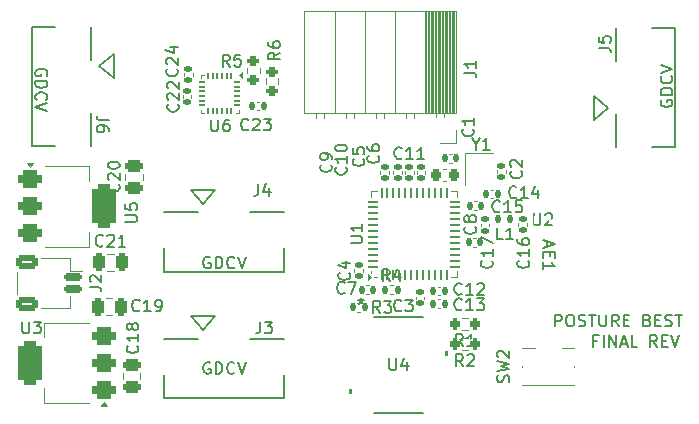
<source format=gbr>
%TF.GenerationSoftware,KiCad,Pcbnew,8.0.6*%
%TF.CreationDate,2024-11-26T20:51:27-05:00*%
%TF.ProjectId,pb_mobo_final,70625f6d-6f62-46f5-9f66-696e616c2e6b,rev?*%
%TF.SameCoordinates,Original*%
%TF.FileFunction,Legend,Top*%
%TF.FilePolarity,Positive*%
%FSLAX46Y46*%
G04 Gerber Fmt 4.6, Leading zero omitted, Abs format (unit mm)*
G04 Created by KiCad (PCBNEW 8.0.6) date 2024-11-26 20:51:27*
%MOMM*%
%LPD*%
G01*
G04 APERTURE LIST*
G04 Aperture macros list*
%AMRoundRect*
0 Rectangle with rounded corners*
0 $1 Rounding radius*
0 $2 $3 $4 $5 $6 $7 $8 $9 X,Y pos of 4 corners*
0 Add a 4 corners polygon primitive as box body*
4,1,4,$2,$3,$4,$5,$6,$7,$8,$9,$2,$3,0*
0 Add four circle primitives for the rounded corners*
1,1,$1+$1,$2,$3*
1,1,$1+$1,$4,$5*
1,1,$1+$1,$6,$7*
1,1,$1+$1,$8,$9*
0 Add four rect primitives between the rounded corners*
20,1,$1+$1,$2,$3,$4,$5,0*
20,1,$1+$1,$4,$5,$6,$7,0*
20,1,$1+$1,$6,$7,$8,$9,0*
20,1,$1+$1,$8,$9,$2,$3,0*%
G04 Aperture macros list end*
%ADD10C,0.150000*%
%ADD11C,0.153000*%
%ADD12C,0.120000*%
%ADD13C,0.152400*%
%ADD14C,0.000000*%
%ADD15C,1.300000*%
%ADD16RoundRect,0.050000X-0.050000X0.225000X-0.050000X-0.225000X0.050000X-0.225000X0.050000X0.225000X0*%
%ADD17RoundRect,0.050000X-0.225000X-0.050000X0.225000X-0.050000X0.225000X0.050000X-0.225000X0.050000X0*%
%ADD18RoundRect,0.250000X-0.250000X-0.475000X0.250000X-0.475000X0.250000X0.475000X-0.250000X0.475000X0*%
%ADD19RoundRect,0.140000X0.170000X-0.140000X0.170000X0.140000X-0.170000X0.140000X-0.170000X-0.140000X0*%
%ADD20RoundRect,0.140000X-0.170000X0.140000X-0.170000X-0.140000X0.170000X-0.140000X0.170000X0.140000X0*%
%ADD21RoundRect,0.140000X-0.140000X-0.170000X0.140000X-0.170000X0.140000X0.170000X-0.140000X0.170000X0*%
%ADD22RoundRect,0.375000X-0.625000X-0.375000X0.625000X-0.375000X0.625000X0.375000X-0.625000X0.375000X0*%
%ADD23RoundRect,0.500000X-0.500000X-1.400000X0.500000X-1.400000X0.500000X1.400000X-0.500000X1.400000X0*%
%ADD24R,1.700000X1.700000*%
%ADD25O,1.700000X1.700000*%
%ADD26RoundRect,0.200000X0.275000X-0.200000X0.275000X0.200000X-0.275000X0.200000X-0.275000X-0.200000X0*%
%ADD27R,3.049999X1.300000*%
%ADD28R,0.800000X0.300000*%
%ADD29R,0.300000X0.800000*%
%ADD30R,1.300000X3.049999*%
%ADD31RoundRect,0.150000X-0.625000X0.150000X-0.625000X-0.150000X0.625000X-0.150000X0.625000X0.150000X0*%
%ADD32RoundRect,0.250000X-0.650000X0.350000X-0.650000X-0.350000X0.650000X-0.350000X0.650000X0.350000X0*%
%ADD33RoundRect,0.200000X0.200000X0.275000X-0.200000X0.275000X-0.200000X-0.275000X0.200000X-0.275000X0*%
%ADD34RoundRect,0.225000X-0.225000X-0.250000X0.225000X-0.250000X0.225000X0.250000X-0.225000X0.250000X0*%
%ADD35R,0.900000X1.000000*%
%ADD36R,1.700000X0.550000*%
%ADD37RoundRect,0.140000X0.140000X0.170000X-0.140000X0.170000X-0.140000X-0.170000X0.140000X-0.170000X0*%
%ADD38RoundRect,0.135000X-0.135000X-0.185000X0.135000X-0.185000X0.135000X0.185000X-0.135000X0.185000X0*%
%ADD39RoundRect,0.062500X0.062500X-0.375000X0.062500X0.375000X-0.062500X0.375000X-0.062500X-0.375000X0*%
%ADD40RoundRect,0.062500X0.375000X-0.062500X0.375000X0.062500X-0.375000X0.062500X-0.375000X-0.062500X0*%
%ADD41R,5.600000X5.600000*%
%ADD42RoundRect,0.147500X-0.147500X-0.172500X0.147500X-0.172500X0.147500X0.172500X-0.147500X0.172500X0*%
%ADD43RoundRect,0.250000X0.475000X-0.250000X0.475000X0.250000X-0.475000X0.250000X-0.475000X-0.250000X0*%
%ADD44RoundRect,0.375000X0.625000X0.375000X-0.625000X0.375000X-0.625000X-0.375000X0.625000X-0.375000X0*%
%ADD45RoundRect,0.500000X0.500000X1.400000X-0.500000X1.400000X-0.500000X-1.400000X0.500000X-1.400000X0*%
%ADD46R,0.800000X0.900000*%
%ADD47R,0.457200X0.254000*%
%ADD48R,0.279400X0.711200*%
%ADD49RoundRect,0.135000X0.135000X0.185000X-0.135000X0.185000X-0.135000X-0.185000X0.135000X-0.185000X0*%
%ADD50RoundRect,0.250000X-0.475000X0.250000X-0.475000X-0.250000X0.475000X-0.250000X0.475000X0.250000X0*%
%ADD51R,1.473200X0.355600*%
G04 APERTURE END LIST*
D10*
X205420112Y-93346009D02*
X205086779Y-93346009D01*
X205086779Y-93869819D02*
X205086779Y-92869819D01*
X205086779Y-92869819D02*
X205562969Y-92869819D01*
X205943922Y-93869819D02*
X205943922Y-92869819D01*
X206420112Y-93869819D02*
X206420112Y-92869819D01*
X206420112Y-92869819D02*
X206991540Y-93869819D01*
X206991540Y-93869819D02*
X206991540Y-92869819D01*
X207420112Y-93584104D02*
X207896302Y-93584104D01*
X207324874Y-93869819D02*
X207658207Y-92869819D01*
X207658207Y-92869819D02*
X207991540Y-93869819D01*
X208801064Y-93869819D02*
X208324874Y-93869819D01*
X208324874Y-93869819D02*
X208324874Y-92869819D01*
X210467731Y-93869819D02*
X210134398Y-93393628D01*
X209896303Y-93869819D02*
X209896303Y-92869819D01*
X209896303Y-92869819D02*
X210277255Y-92869819D01*
X210277255Y-92869819D02*
X210372493Y-92917438D01*
X210372493Y-92917438D02*
X210420112Y-92965057D01*
X210420112Y-92965057D02*
X210467731Y-93060295D01*
X210467731Y-93060295D02*
X210467731Y-93203152D01*
X210467731Y-93203152D02*
X210420112Y-93298390D01*
X210420112Y-93298390D02*
X210372493Y-93346009D01*
X210372493Y-93346009D02*
X210277255Y-93393628D01*
X210277255Y-93393628D02*
X209896303Y-93393628D01*
X210896303Y-93346009D02*
X211229636Y-93346009D01*
X211372493Y-93869819D02*
X210896303Y-93869819D01*
X210896303Y-93869819D02*
X210896303Y-92869819D01*
X210896303Y-92869819D02*
X211372493Y-92869819D01*
X211658208Y-92869819D02*
X211991541Y-93869819D01*
X211991541Y-93869819D02*
X212324874Y-92869819D01*
X201836779Y-92119819D02*
X201836779Y-91119819D01*
X201836779Y-91119819D02*
X202217731Y-91119819D01*
X202217731Y-91119819D02*
X202312969Y-91167438D01*
X202312969Y-91167438D02*
X202360588Y-91215057D01*
X202360588Y-91215057D02*
X202408207Y-91310295D01*
X202408207Y-91310295D02*
X202408207Y-91453152D01*
X202408207Y-91453152D02*
X202360588Y-91548390D01*
X202360588Y-91548390D02*
X202312969Y-91596009D01*
X202312969Y-91596009D02*
X202217731Y-91643628D01*
X202217731Y-91643628D02*
X201836779Y-91643628D01*
X203027255Y-91119819D02*
X203217731Y-91119819D01*
X203217731Y-91119819D02*
X203312969Y-91167438D01*
X203312969Y-91167438D02*
X203408207Y-91262676D01*
X203408207Y-91262676D02*
X203455826Y-91453152D01*
X203455826Y-91453152D02*
X203455826Y-91786485D01*
X203455826Y-91786485D02*
X203408207Y-91976961D01*
X203408207Y-91976961D02*
X203312969Y-92072200D01*
X203312969Y-92072200D02*
X203217731Y-92119819D01*
X203217731Y-92119819D02*
X203027255Y-92119819D01*
X203027255Y-92119819D02*
X202932017Y-92072200D01*
X202932017Y-92072200D02*
X202836779Y-91976961D01*
X202836779Y-91976961D02*
X202789160Y-91786485D01*
X202789160Y-91786485D02*
X202789160Y-91453152D01*
X202789160Y-91453152D02*
X202836779Y-91262676D01*
X202836779Y-91262676D02*
X202932017Y-91167438D01*
X202932017Y-91167438D02*
X203027255Y-91119819D01*
X203836779Y-92072200D02*
X203979636Y-92119819D01*
X203979636Y-92119819D02*
X204217731Y-92119819D01*
X204217731Y-92119819D02*
X204312969Y-92072200D01*
X204312969Y-92072200D02*
X204360588Y-92024580D01*
X204360588Y-92024580D02*
X204408207Y-91929342D01*
X204408207Y-91929342D02*
X204408207Y-91834104D01*
X204408207Y-91834104D02*
X204360588Y-91738866D01*
X204360588Y-91738866D02*
X204312969Y-91691247D01*
X204312969Y-91691247D02*
X204217731Y-91643628D01*
X204217731Y-91643628D02*
X204027255Y-91596009D01*
X204027255Y-91596009D02*
X203932017Y-91548390D01*
X203932017Y-91548390D02*
X203884398Y-91500771D01*
X203884398Y-91500771D02*
X203836779Y-91405533D01*
X203836779Y-91405533D02*
X203836779Y-91310295D01*
X203836779Y-91310295D02*
X203884398Y-91215057D01*
X203884398Y-91215057D02*
X203932017Y-91167438D01*
X203932017Y-91167438D02*
X204027255Y-91119819D01*
X204027255Y-91119819D02*
X204265350Y-91119819D01*
X204265350Y-91119819D02*
X204408207Y-91167438D01*
X204693922Y-91119819D02*
X205265350Y-91119819D01*
X204979636Y-92119819D02*
X204979636Y-91119819D01*
X205598684Y-91119819D02*
X205598684Y-91929342D01*
X205598684Y-91929342D02*
X205646303Y-92024580D01*
X205646303Y-92024580D02*
X205693922Y-92072200D01*
X205693922Y-92072200D02*
X205789160Y-92119819D01*
X205789160Y-92119819D02*
X205979636Y-92119819D01*
X205979636Y-92119819D02*
X206074874Y-92072200D01*
X206074874Y-92072200D02*
X206122493Y-92024580D01*
X206122493Y-92024580D02*
X206170112Y-91929342D01*
X206170112Y-91929342D02*
X206170112Y-91119819D01*
X207217731Y-92119819D02*
X206884398Y-91643628D01*
X206646303Y-92119819D02*
X206646303Y-91119819D01*
X206646303Y-91119819D02*
X207027255Y-91119819D01*
X207027255Y-91119819D02*
X207122493Y-91167438D01*
X207122493Y-91167438D02*
X207170112Y-91215057D01*
X207170112Y-91215057D02*
X207217731Y-91310295D01*
X207217731Y-91310295D02*
X207217731Y-91453152D01*
X207217731Y-91453152D02*
X207170112Y-91548390D01*
X207170112Y-91548390D02*
X207122493Y-91596009D01*
X207122493Y-91596009D02*
X207027255Y-91643628D01*
X207027255Y-91643628D02*
X206646303Y-91643628D01*
X207646303Y-91596009D02*
X207979636Y-91596009D01*
X208122493Y-92119819D02*
X207646303Y-92119819D01*
X207646303Y-92119819D02*
X207646303Y-91119819D01*
X207646303Y-91119819D02*
X208122493Y-91119819D01*
X209646303Y-91596009D02*
X209789160Y-91643628D01*
X209789160Y-91643628D02*
X209836779Y-91691247D01*
X209836779Y-91691247D02*
X209884398Y-91786485D01*
X209884398Y-91786485D02*
X209884398Y-91929342D01*
X209884398Y-91929342D02*
X209836779Y-92024580D01*
X209836779Y-92024580D02*
X209789160Y-92072200D01*
X209789160Y-92072200D02*
X209693922Y-92119819D01*
X209693922Y-92119819D02*
X209312970Y-92119819D01*
X209312970Y-92119819D02*
X209312970Y-91119819D01*
X209312970Y-91119819D02*
X209646303Y-91119819D01*
X209646303Y-91119819D02*
X209741541Y-91167438D01*
X209741541Y-91167438D02*
X209789160Y-91215057D01*
X209789160Y-91215057D02*
X209836779Y-91310295D01*
X209836779Y-91310295D02*
X209836779Y-91405533D01*
X209836779Y-91405533D02*
X209789160Y-91500771D01*
X209789160Y-91500771D02*
X209741541Y-91548390D01*
X209741541Y-91548390D02*
X209646303Y-91596009D01*
X209646303Y-91596009D02*
X209312970Y-91596009D01*
X210312970Y-91596009D02*
X210646303Y-91596009D01*
X210789160Y-92119819D02*
X210312970Y-92119819D01*
X210312970Y-92119819D02*
X210312970Y-91119819D01*
X210312970Y-91119819D02*
X210789160Y-91119819D01*
X211170113Y-92072200D02*
X211312970Y-92119819D01*
X211312970Y-92119819D02*
X211551065Y-92119819D01*
X211551065Y-92119819D02*
X211646303Y-92072200D01*
X211646303Y-92072200D02*
X211693922Y-92024580D01*
X211693922Y-92024580D02*
X211741541Y-91929342D01*
X211741541Y-91929342D02*
X211741541Y-91834104D01*
X211741541Y-91834104D02*
X211693922Y-91738866D01*
X211693922Y-91738866D02*
X211646303Y-91691247D01*
X211646303Y-91691247D02*
X211551065Y-91643628D01*
X211551065Y-91643628D02*
X211360589Y-91596009D01*
X211360589Y-91596009D02*
X211265351Y-91548390D01*
X211265351Y-91548390D02*
X211217732Y-91500771D01*
X211217732Y-91500771D02*
X211170113Y-91405533D01*
X211170113Y-91405533D02*
X211170113Y-91310295D01*
X211170113Y-91310295D02*
X211217732Y-91215057D01*
X211217732Y-91215057D02*
X211265351Y-91167438D01*
X211265351Y-91167438D02*
X211360589Y-91119819D01*
X211360589Y-91119819D02*
X211598684Y-91119819D01*
X211598684Y-91119819D02*
X211741541Y-91167438D01*
X212027256Y-91119819D02*
X212598684Y-91119819D01*
X212312970Y-92119819D02*
X212312970Y-91119819D01*
X172731196Y-74617920D02*
X172731196Y-75427443D01*
X172731196Y-75427443D02*
X172778815Y-75522681D01*
X172778815Y-75522681D02*
X172826434Y-75570301D01*
X172826434Y-75570301D02*
X172921672Y-75617920D01*
X172921672Y-75617920D02*
X173112148Y-75617920D01*
X173112148Y-75617920D02*
X173207386Y-75570301D01*
X173207386Y-75570301D02*
X173255005Y-75522681D01*
X173255005Y-75522681D02*
X173302624Y-75427443D01*
X173302624Y-75427443D02*
X173302624Y-74617920D01*
X174207386Y-74617920D02*
X174016910Y-74617920D01*
X174016910Y-74617920D02*
X173921672Y-74665539D01*
X173921672Y-74665539D02*
X173874053Y-74713158D01*
X173874053Y-74713158D02*
X173778815Y-74856015D01*
X173778815Y-74856015D02*
X173731196Y-75046491D01*
X173731196Y-75046491D02*
X173731196Y-75427443D01*
X173731196Y-75427443D02*
X173778815Y-75522681D01*
X173778815Y-75522681D02*
X173826434Y-75570301D01*
X173826434Y-75570301D02*
X173921672Y-75617920D01*
X173921672Y-75617920D02*
X174112148Y-75617920D01*
X174112148Y-75617920D02*
X174207386Y-75570301D01*
X174207386Y-75570301D02*
X174255005Y-75522681D01*
X174255005Y-75522681D02*
X174302624Y-75427443D01*
X174302624Y-75427443D02*
X174302624Y-75189348D01*
X174302624Y-75189348D02*
X174255005Y-75094110D01*
X174255005Y-75094110D02*
X174207386Y-75046491D01*
X174207386Y-75046491D02*
X174112148Y-74998872D01*
X174112148Y-74998872D02*
X173921672Y-74998872D01*
X173921672Y-74998872D02*
X173826434Y-75046491D01*
X173826434Y-75046491D02*
X173778815Y-75094110D01*
X173778815Y-75094110D02*
X173731196Y-75189348D01*
X163557142Y-85259580D02*
X163509523Y-85307200D01*
X163509523Y-85307200D02*
X163366666Y-85354819D01*
X163366666Y-85354819D02*
X163271428Y-85354819D01*
X163271428Y-85354819D02*
X163128571Y-85307200D01*
X163128571Y-85307200D02*
X163033333Y-85211961D01*
X163033333Y-85211961D02*
X162985714Y-85116723D01*
X162985714Y-85116723D02*
X162938095Y-84926247D01*
X162938095Y-84926247D02*
X162938095Y-84783390D01*
X162938095Y-84783390D02*
X162985714Y-84592914D01*
X162985714Y-84592914D02*
X163033333Y-84497676D01*
X163033333Y-84497676D02*
X163128571Y-84402438D01*
X163128571Y-84402438D02*
X163271428Y-84354819D01*
X163271428Y-84354819D02*
X163366666Y-84354819D01*
X163366666Y-84354819D02*
X163509523Y-84402438D01*
X163509523Y-84402438D02*
X163557142Y-84450057D01*
X163938095Y-84450057D02*
X163985714Y-84402438D01*
X163985714Y-84402438D02*
X164080952Y-84354819D01*
X164080952Y-84354819D02*
X164319047Y-84354819D01*
X164319047Y-84354819D02*
X164414285Y-84402438D01*
X164414285Y-84402438D02*
X164461904Y-84450057D01*
X164461904Y-84450057D02*
X164509523Y-84545295D01*
X164509523Y-84545295D02*
X164509523Y-84640533D01*
X164509523Y-84640533D02*
X164461904Y-84783390D01*
X164461904Y-84783390D02*
X163890476Y-85354819D01*
X163890476Y-85354819D02*
X164509523Y-85354819D01*
X165461904Y-85354819D02*
X164890476Y-85354819D01*
X165176190Y-85354819D02*
X165176190Y-84354819D01*
X165176190Y-84354819D02*
X165080952Y-84497676D01*
X165080952Y-84497676D02*
X164985714Y-84592914D01*
X164985714Y-84592914D02*
X164890476Y-84640533D01*
X185609580Y-77916666D02*
X185657200Y-77964285D01*
X185657200Y-77964285D02*
X185704819Y-78107142D01*
X185704819Y-78107142D02*
X185704819Y-78202380D01*
X185704819Y-78202380D02*
X185657200Y-78345237D01*
X185657200Y-78345237D02*
X185561961Y-78440475D01*
X185561961Y-78440475D02*
X185466723Y-78488094D01*
X185466723Y-78488094D02*
X185276247Y-78535713D01*
X185276247Y-78535713D02*
X185133390Y-78535713D01*
X185133390Y-78535713D02*
X184942914Y-78488094D01*
X184942914Y-78488094D02*
X184847676Y-78440475D01*
X184847676Y-78440475D02*
X184752438Y-78345237D01*
X184752438Y-78345237D02*
X184704819Y-78202380D01*
X184704819Y-78202380D02*
X184704819Y-78107142D01*
X184704819Y-78107142D02*
X184752438Y-77964285D01*
X184752438Y-77964285D02*
X184800057Y-77916666D01*
X184704819Y-77011904D02*
X184704819Y-77488094D01*
X184704819Y-77488094D02*
X185181009Y-77535713D01*
X185181009Y-77535713D02*
X185133390Y-77488094D01*
X185133390Y-77488094D02*
X185085771Y-77392856D01*
X185085771Y-77392856D02*
X185085771Y-77154761D01*
X185085771Y-77154761D02*
X185133390Y-77059523D01*
X185133390Y-77059523D02*
X185181009Y-77011904D01*
X185181009Y-77011904D02*
X185276247Y-76964285D01*
X185276247Y-76964285D02*
X185514342Y-76964285D01*
X185514342Y-76964285D02*
X185609580Y-77011904D01*
X185609580Y-77011904D02*
X185657200Y-77059523D01*
X185657200Y-77059523D02*
X185704819Y-77154761D01*
X185704819Y-77154761D02*
X185704819Y-77392856D01*
X185704819Y-77392856D02*
X185657200Y-77488094D01*
X185657200Y-77488094D02*
X185609580Y-77535713D01*
X188833333Y-90759580D02*
X188785714Y-90807200D01*
X188785714Y-90807200D02*
X188642857Y-90854819D01*
X188642857Y-90854819D02*
X188547619Y-90854819D01*
X188547619Y-90854819D02*
X188404762Y-90807200D01*
X188404762Y-90807200D02*
X188309524Y-90711961D01*
X188309524Y-90711961D02*
X188261905Y-90616723D01*
X188261905Y-90616723D02*
X188214286Y-90426247D01*
X188214286Y-90426247D02*
X188214286Y-90283390D01*
X188214286Y-90283390D02*
X188261905Y-90092914D01*
X188261905Y-90092914D02*
X188309524Y-89997676D01*
X188309524Y-89997676D02*
X188404762Y-89902438D01*
X188404762Y-89902438D02*
X188547619Y-89854819D01*
X188547619Y-89854819D02*
X188642857Y-89854819D01*
X188642857Y-89854819D02*
X188785714Y-89902438D01*
X188785714Y-89902438D02*
X188833333Y-89950057D01*
X189166667Y-89854819D02*
X189785714Y-89854819D01*
X189785714Y-89854819D02*
X189452381Y-90235771D01*
X189452381Y-90235771D02*
X189595238Y-90235771D01*
X189595238Y-90235771D02*
X189690476Y-90283390D01*
X189690476Y-90283390D02*
X189738095Y-90331009D01*
X189738095Y-90331009D02*
X189785714Y-90426247D01*
X189785714Y-90426247D02*
X189785714Y-90664342D01*
X189785714Y-90664342D02*
X189738095Y-90759580D01*
X189738095Y-90759580D02*
X189690476Y-90807200D01*
X189690476Y-90807200D02*
X189595238Y-90854819D01*
X189595238Y-90854819D02*
X189309524Y-90854819D01*
X189309524Y-90854819D02*
X189214286Y-90807200D01*
X189214286Y-90807200D02*
X189166667Y-90759580D01*
X193937142Y-90659580D02*
X193889523Y-90707200D01*
X193889523Y-90707200D02*
X193746666Y-90754819D01*
X193746666Y-90754819D02*
X193651428Y-90754819D01*
X193651428Y-90754819D02*
X193508571Y-90707200D01*
X193508571Y-90707200D02*
X193413333Y-90611961D01*
X193413333Y-90611961D02*
X193365714Y-90516723D01*
X193365714Y-90516723D02*
X193318095Y-90326247D01*
X193318095Y-90326247D02*
X193318095Y-90183390D01*
X193318095Y-90183390D02*
X193365714Y-89992914D01*
X193365714Y-89992914D02*
X193413333Y-89897676D01*
X193413333Y-89897676D02*
X193508571Y-89802438D01*
X193508571Y-89802438D02*
X193651428Y-89754819D01*
X193651428Y-89754819D02*
X193746666Y-89754819D01*
X193746666Y-89754819D02*
X193889523Y-89802438D01*
X193889523Y-89802438D02*
X193937142Y-89850057D01*
X194889523Y-90754819D02*
X194318095Y-90754819D01*
X194603809Y-90754819D02*
X194603809Y-89754819D01*
X194603809Y-89754819D02*
X194508571Y-89897676D01*
X194508571Y-89897676D02*
X194413333Y-89992914D01*
X194413333Y-89992914D02*
X194318095Y-90040533D01*
X195222857Y-89754819D02*
X195841904Y-89754819D01*
X195841904Y-89754819D02*
X195508571Y-90135771D01*
X195508571Y-90135771D02*
X195651428Y-90135771D01*
X195651428Y-90135771D02*
X195746666Y-90183390D01*
X195746666Y-90183390D02*
X195794285Y-90231009D01*
X195794285Y-90231009D02*
X195841904Y-90326247D01*
X195841904Y-90326247D02*
X195841904Y-90564342D01*
X195841904Y-90564342D02*
X195794285Y-90659580D01*
X195794285Y-90659580D02*
X195746666Y-90707200D01*
X195746666Y-90707200D02*
X195651428Y-90754819D01*
X195651428Y-90754819D02*
X195365714Y-90754819D01*
X195365714Y-90754819D02*
X195270476Y-90707200D01*
X195270476Y-90707200D02*
X195222857Y-90659580D01*
X165454819Y-83261904D02*
X166264342Y-83261904D01*
X166264342Y-83261904D02*
X166359580Y-83214285D01*
X166359580Y-83214285D02*
X166407200Y-83166666D01*
X166407200Y-83166666D02*
X166454819Y-83071428D01*
X166454819Y-83071428D02*
X166454819Y-82880952D01*
X166454819Y-82880952D02*
X166407200Y-82785714D01*
X166407200Y-82785714D02*
X166359580Y-82738095D01*
X166359580Y-82738095D02*
X166264342Y-82690476D01*
X166264342Y-82690476D02*
X165454819Y-82690476D01*
X165454819Y-81738095D02*
X165454819Y-82214285D01*
X165454819Y-82214285D02*
X165931009Y-82261904D01*
X165931009Y-82261904D02*
X165883390Y-82214285D01*
X165883390Y-82214285D02*
X165835771Y-82119047D01*
X165835771Y-82119047D02*
X165835771Y-81880952D01*
X165835771Y-81880952D02*
X165883390Y-81785714D01*
X165883390Y-81785714D02*
X165931009Y-81738095D01*
X165931009Y-81738095D02*
X166026247Y-81690476D01*
X166026247Y-81690476D02*
X166264342Y-81690476D01*
X166264342Y-81690476D02*
X166359580Y-81738095D01*
X166359580Y-81738095D02*
X166407200Y-81785714D01*
X166407200Y-81785714D02*
X166454819Y-81880952D01*
X166454819Y-81880952D02*
X166454819Y-82119047D01*
X166454819Y-82119047D02*
X166407200Y-82214285D01*
X166407200Y-82214285D02*
X166359580Y-82261904D01*
X194154819Y-70633333D02*
X194869104Y-70633333D01*
X194869104Y-70633333D02*
X195011961Y-70680952D01*
X195011961Y-70680952D02*
X195107200Y-70776190D01*
X195107200Y-70776190D02*
X195154819Y-70919047D01*
X195154819Y-70919047D02*
X195154819Y-71014285D01*
X195154819Y-69633333D02*
X195154819Y-70204761D01*
X195154819Y-69919047D02*
X194154819Y-69919047D01*
X194154819Y-69919047D02*
X194297676Y-70014285D01*
X194297676Y-70014285D02*
X194392914Y-70109523D01*
X194392914Y-70109523D02*
X194440533Y-70204761D01*
X174276434Y-70117920D02*
X173943101Y-69641729D01*
X173705006Y-70117920D02*
X173705006Y-69117920D01*
X173705006Y-69117920D02*
X174085958Y-69117920D01*
X174085958Y-69117920D02*
X174181196Y-69165539D01*
X174181196Y-69165539D02*
X174228815Y-69213158D01*
X174228815Y-69213158D02*
X174276434Y-69308396D01*
X174276434Y-69308396D02*
X174276434Y-69451253D01*
X174276434Y-69451253D02*
X174228815Y-69546491D01*
X174228815Y-69546491D02*
X174181196Y-69594110D01*
X174181196Y-69594110D02*
X174085958Y-69641729D01*
X174085958Y-69641729D02*
X173705006Y-69641729D01*
X175181196Y-69117920D02*
X174705006Y-69117920D01*
X174705006Y-69117920D02*
X174657387Y-69594110D01*
X174657387Y-69594110D02*
X174705006Y-69546491D01*
X174705006Y-69546491D02*
X174800244Y-69498872D01*
X174800244Y-69498872D02*
X175038339Y-69498872D01*
X175038339Y-69498872D02*
X175133577Y-69546491D01*
X175133577Y-69546491D02*
X175181196Y-69594110D01*
X175181196Y-69594110D02*
X175228815Y-69689348D01*
X175228815Y-69689348D02*
X175228815Y-69927443D01*
X175228815Y-69927443D02*
X175181196Y-70022681D01*
X175181196Y-70022681D02*
X175133577Y-70070301D01*
X175133577Y-70070301D02*
X175038339Y-70117920D01*
X175038339Y-70117920D02*
X174800244Y-70117920D01*
X174800244Y-70117920D02*
X174705006Y-70070301D01*
X174705006Y-70070301D02*
X174657387Y-70022681D01*
D11*
X201131051Y-84933333D02*
X201131051Y-85409523D01*
X200845336Y-84838095D02*
X201845336Y-85171428D01*
X201845336Y-85171428D02*
X200845336Y-85504761D01*
X201369146Y-85838095D02*
X201369146Y-86171428D01*
X200845336Y-86314285D02*
X200845336Y-85838095D01*
X200845336Y-85838095D02*
X201845336Y-85838095D01*
X201845336Y-85838095D02*
X201845336Y-86314285D01*
X200845336Y-87266666D02*
X200845336Y-86695238D01*
X200845336Y-86980952D02*
X201845336Y-86980952D01*
X201845336Y-86980952D02*
X201702479Y-86885714D01*
X201702479Y-86885714D02*
X201607241Y-86790476D01*
X201607241Y-86790476D02*
X201559622Y-86695238D01*
D10*
X193937142Y-89359580D02*
X193889523Y-89407200D01*
X193889523Y-89407200D02*
X193746666Y-89454819D01*
X193746666Y-89454819D02*
X193651428Y-89454819D01*
X193651428Y-89454819D02*
X193508571Y-89407200D01*
X193508571Y-89407200D02*
X193413333Y-89311961D01*
X193413333Y-89311961D02*
X193365714Y-89216723D01*
X193365714Y-89216723D02*
X193318095Y-89026247D01*
X193318095Y-89026247D02*
X193318095Y-88883390D01*
X193318095Y-88883390D02*
X193365714Y-88692914D01*
X193365714Y-88692914D02*
X193413333Y-88597676D01*
X193413333Y-88597676D02*
X193508571Y-88502438D01*
X193508571Y-88502438D02*
X193651428Y-88454819D01*
X193651428Y-88454819D02*
X193746666Y-88454819D01*
X193746666Y-88454819D02*
X193889523Y-88502438D01*
X193889523Y-88502438D02*
X193937142Y-88550057D01*
X194889523Y-89454819D02*
X194318095Y-89454819D01*
X194603809Y-89454819D02*
X194603809Y-88454819D01*
X194603809Y-88454819D02*
X194508571Y-88597676D01*
X194508571Y-88597676D02*
X194413333Y-88692914D01*
X194413333Y-88692914D02*
X194318095Y-88740533D01*
X195270476Y-88550057D02*
X195318095Y-88502438D01*
X195318095Y-88502438D02*
X195413333Y-88454819D01*
X195413333Y-88454819D02*
X195651428Y-88454819D01*
X195651428Y-88454819D02*
X195746666Y-88502438D01*
X195746666Y-88502438D02*
X195794285Y-88550057D01*
X195794285Y-88550057D02*
X195841904Y-88645295D01*
X195841904Y-88645295D02*
X195841904Y-88740533D01*
X195841904Y-88740533D02*
X195794285Y-88883390D01*
X195794285Y-88883390D02*
X195222857Y-89454819D01*
X195222857Y-89454819D02*
X195841904Y-89454819D01*
X164045180Y-74666666D02*
X163330895Y-74666666D01*
X163330895Y-74666666D02*
X163188038Y-74619047D01*
X163188038Y-74619047D02*
X163092800Y-74523809D01*
X163092800Y-74523809D02*
X163045180Y-74380952D01*
X163045180Y-74380952D02*
X163045180Y-74285714D01*
X164045180Y-75571428D02*
X164045180Y-75380952D01*
X164045180Y-75380952D02*
X163997561Y-75285714D01*
X163997561Y-75285714D02*
X163949942Y-75238095D01*
X163949942Y-75238095D02*
X163807085Y-75142857D01*
X163807085Y-75142857D02*
X163616609Y-75095238D01*
X163616609Y-75095238D02*
X163235657Y-75095238D01*
X163235657Y-75095238D02*
X163140419Y-75142857D01*
X163140419Y-75142857D02*
X163092800Y-75190476D01*
X163092800Y-75190476D02*
X163045180Y-75285714D01*
X163045180Y-75285714D02*
X163045180Y-75476190D01*
X163045180Y-75476190D02*
X163092800Y-75571428D01*
X163092800Y-75571428D02*
X163140419Y-75619047D01*
X163140419Y-75619047D02*
X163235657Y-75666666D01*
X163235657Y-75666666D02*
X163473752Y-75666666D01*
X163473752Y-75666666D02*
X163568990Y-75619047D01*
X163568990Y-75619047D02*
X163616609Y-75571428D01*
X163616609Y-75571428D02*
X163664228Y-75476190D01*
X163664228Y-75476190D02*
X163664228Y-75285714D01*
X163664228Y-75285714D02*
X163616609Y-75190476D01*
X163616609Y-75190476D02*
X163568990Y-75142857D01*
X163568990Y-75142857D02*
X163473752Y-75095238D01*
X158797561Y-70883340D02*
X158845180Y-70788102D01*
X158845180Y-70788102D02*
X158845180Y-70645245D01*
X158845180Y-70645245D02*
X158797561Y-70502388D01*
X158797561Y-70502388D02*
X158702323Y-70407150D01*
X158702323Y-70407150D02*
X158607085Y-70359531D01*
X158607085Y-70359531D02*
X158416609Y-70311912D01*
X158416609Y-70311912D02*
X158273752Y-70311912D01*
X158273752Y-70311912D02*
X158083276Y-70359531D01*
X158083276Y-70359531D02*
X157988038Y-70407150D01*
X157988038Y-70407150D02*
X157892800Y-70502388D01*
X157892800Y-70502388D02*
X157845180Y-70645245D01*
X157845180Y-70645245D02*
X157845180Y-70740483D01*
X157845180Y-70740483D02*
X157892800Y-70883340D01*
X157892800Y-70883340D02*
X157940419Y-70930959D01*
X157940419Y-70930959D02*
X158273752Y-70930959D01*
X158273752Y-70930959D02*
X158273752Y-70740483D01*
X157845180Y-71359531D02*
X158845180Y-71359531D01*
X158845180Y-71359531D02*
X158845180Y-71597626D01*
X158845180Y-71597626D02*
X158797561Y-71740483D01*
X158797561Y-71740483D02*
X158702323Y-71835721D01*
X158702323Y-71835721D02*
X158607085Y-71883340D01*
X158607085Y-71883340D02*
X158416609Y-71930959D01*
X158416609Y-71930959D02*
X158273752Y-71930959D01*
X158273752Y-71930959D02*
X158083276Y-71883340D01*
X158083276Y-71883340D02*
X157988038Y-71835721D01*
X157988038Y-71835721D02*
X157892800Y-71740483D01*
X157892800Y-71740483D02*
X157845180Y-71597626D01*
X157845180Y-71597626D02*
X157845180Y-71359531D01*
X157940419Y-72930959D02*
X157892800Y-72883340D01*
X157892800Y-72883340D02*
X157845180Y-72740483D01*
X157845180Y-72740483D02*
X157845180Y-72645245D01*
X157845180Y-72645245D02*
X157892800Y-72502388D01*
X157892800Y-72502388D02*
X157988038Y-72407150D01*
X157988038Y-72407150D02*
X158083276Y-72359531D01*
X158083276Y-72359531D02*
X158273752Y-72311912D01*
X158273752Y-72311912D02*
X158416609Y-72311912D01*
X158416609Y-72311912D02*
X158607085Y-72359531D01*
X158607085Y-72359531D02*
X158702323Y-72407150D01*
X158702323Y-72407150D02*
X158797561Y-72502388D01*
X158797561Y-72502388D02*
X158845180Y-72645245D01*
X158845180Y-72645245D02*
X158845180Y-72740483D01*
X158845180Y-72740483D02*
X158797561Y-72883340D01*
X158797561Y-72883340D02*
X158749942Y-72930959D01*
X158845180Y-73216674D02*
X157845180Y-73550007D01*
X157845180Y-73550007D02*
X158845180Y-73883340D01*
X176716669Y-80054819D02*
X176716669Y-80769104D01*
X176716669Y-80769104D02*
X176669050Y-80911961D01*
X176669050Y-80911961D02*
X176573812Y-81007200D01*
X176573812Y-81007200D02*
X176430955Y-81054819D01*
X176430955Y-81054819D02*
X176335717Y-81054819D01*
X177621431Y-80388152D02*
X177621431Y-81054819D01*
X177383336Y-80007200D02*
X177145241Y-80721485D01*
X177145241Y-80721485D02*
X177764288Y-80721485D01*
X172633336Y-86252438D02*
X172538098Y-86204819D01*
X172538098Y-86204819D02*
X172395241Y-86204819D01*
X172395241Y-86204819D02*
X172252384Y-86252438D01*
X172252384Y-86252438D02*
X172157146Y-86347676D01*
X172157146Y-86347676D02*
X172109527Y-86442914D01*
X172109527Y-86442914D02*
X172061908Y-86633390D01*
X172061908Y-86633390D02*
X172061908Y-86776247D01*
X172061908Y-86776247D02*
X172109527Y-86966723D01*
X172109527Y-86966723D02*
X172157146Y-87061961D01*
X172157146Y-87061961D02*
X172252384Y-87157200D01*
X172252384Y-87157200D02*
X172395241Y-87204819D01*
X172395241Y-87204819D02*
X172490479Y-87204819D01*
X172490479Y-87204819D02*
X172633336Y-87157200D01*
X172633336Y-87157200D02*
X172680955Y-87109580D01*
X172680955Y-87109580D02*
X172680955Y-86776247D01*
X172680955Y-86776247D02*
X172490479Y-86776247D01*
X173109527Y-87204819D02*
X173109527Y-86204819D01*
X173109527Y-86204819D02*
X173347622Y-86204819D01*
X173347622Y-86204819D02*
X173490479Y-86252438D01*
X173490479Y-86252438D02*
X173585717Y-86347676D01*
X173585717Y-86347676D02*
X173633336Y-86442914D01*
X173633336Y-86442914D02*
X173680955Y-86633390D01*
X173680955Y-86633390D02*
X173680955Y-86776247D01*
X173680955Y-86776247D02*
X173633336Y-86966723D01*
X173633336Y-86966723D02*
X173585717Y-87061961D01*
X173585717Y-87061961D02*
X173490479Y-87157200D01*
X173490479Y-87157200D02*
X173347622Y-87204819D01*
X173347622Y-87204819D02*
X173109527Y-87204819D01*
X174680955Y-87109580D02*
X174633336Y-87157200D01*
X174633336Y-87157200D02*
X174490479Y-87204819D01*
X174490479Y-87204819D02*
X174395241Y-87204819D01*
X174395241Y-87204819D02*
X174252384Y-87157200D01*
X174252384Y-87157200D02*
X174157146Y-87061961D01*
X174157146Y-87061961D02*
X174109527Y-86966723D01*
X174109527Y-86966723D02*
X174061908Y-86776247D01*
X174061908Y-86776247D02*
X174061908Y-86633390D01*
X174061908Y-86633390D02*
X174109527Y-86442914D01*
X174109527Y-86442914D02*
X174157146Y-86347676D01*
X174157146Y-86347676D02*
X174252384Y-86252438D01*
X174252384Y-86252438D02*
X174395241Y-86204819D01*
X174395241Y-86204819D02*
X174490479Y-86204819D01*
X174490479Y-86204819D02*
X174633336Y-86252438D01*
X174633336Y-86252438D02*
X174680955Y-86300057D01*
X174966670Y-86204819D02*
X175300003Y-87204819D01*
X175300003Y-87204819D02*
X175633336Y-86204819D01*
X162434819Y-88783333D02*
X163149104Y-88783333D01*
X163149104Y-88783333D02*
X163291961Y-88830952D01*
X163291961Y-88830952D02*
X163387200Y-88926190D01*
X163387200Y-88926190D02*
X163434819Y-89069047D01*
X163434819Y-89069047D02*
X163434819Y-89164285D01*
X162530057Y-88354761D02*
X162482438Y-88307142D01*
X162482438Y-88307142D02*
X162434819Y-88211904D01*
X162434819Y-88211904D02*
X162434819Y-87973809D01*
X162434819Y-87973809D02*
X162482438Y-87878571D01*
X162482438Y-87878571D02*
X162530057Y-87830952D01*
X162530057Y-87830952D02*
X162625295Y-87783333D01*
X162625295Y-87783333D02*
X162720533Y-87783333D01*
X162720533Y-87783333D02*
X162863390Y-87830952D01*
X162863390Y-87830952D02*
X163434819Y-88402380D01*
X163434819Y-88402380D02*
X163434819Y-87783333D01*
X182859580Y-78416666D02*
X182907200Y-78464285D01*
X182907200Y-78464285D02*
X182954819Y-78607142D01*
X182954819Y-78607142D02*
X182954819Y-78702380D01*
X182954819Y-78702380D02*
X182907200Y-78845237D01*
X182907200Y-78845237D02*
X182811961Y-78940475D01*
X182811961Y-78940475D02*
X182716723Y-78988094D01*
X182716723Y-78988094D02*
X182526247Y-79035713D01*
X182526247Y-79035713D02*
X182383390Y-79035713D01*
X182383390Y-79035713D02*
X182192914Y-78988094D01*
X182192914Y-78988094D02*
X182097676Y-78940475D01*
X182097676Y-78940475D02*
X182002438Y-78845237D01*
X182002438Y-78845237D02*
X181954819Y-78702380D01*
X181954819Y-78702380D02*
X181954819Y-78607142D01*
X181954819Y-78607142D02*
X182002438Y-78464285D01*
X182002438Y-78464285D02*
X182050057Y-78416666D01*
X182954819Y-77940475D02*
X182954819Y-77749999D01*
X182954819Y-77749999D02*
X182907200Y-77654761D01*
X182907200Y-77654761D02*
X182859580Y-77607142D01*
X182859580Y-77607142D02*
X182716723Y-77511904D01*
X182716723Y-77511904D02*
X182526247Y-77464285D01*
X182526247Y-77464285D02*
X182145295Y-77464285D01*
X182145295Y-77464285D02*
X182050057Y-77511904D01*
X182050057Y-77511904D02*
X182002438Y-77559523D01*
X182002438Y-77559523D02*
X181954819Y-77654761D01*
X181954819Y-77654761D02*
X181954819Y-77845237D01*
X181954819Y-77845237D02*
X182002438Y-77940475D01*
X182002438Y-77940475D02*
X182050057Y-77988094D01*
X182050057Y-77988094D02*
X182145295Y-78035713D01*
X182145295Y-78035713D02*
X182383390Y-78035713D01*
X182383390Y-78035713D02*
X182478628Y-77988094D01*
X182478628Y-77988094D02*
X182526247Y-77940475D01*
X182526247Y-77940475D02*
X182573866Y-77845237D01*
X182573866Y-77845237D02*
X182573866Y-77654761D01*
X182573866Y-77654761D02*
X182526247Y-77559523D01*
X182526247Y-77559523D02*
X182478628Y-77511904D01*
X182478628Y-77511904D02*
X182383390Y-77464285D01*
X169802681Y-70305958D02*
X169850301Y-70353577D01*
X169850301Y-70353577D02*
X169897920Y-70496434D01*
X169897920Y-70496434D02*
X169897920Y-70591672D01*
X169897920Y-70591672D02*
X169850301Y-70734529D01*
X169850301Y-70734529D02*
X169755062Y-70829767D01*
X169755062Y-70829767D02*
X169659824Y-70877386D01*
X169659824Y-70877386D02*
X169469348Y-70925005D01*
X169469348Y-70925005D02*
X169326491Y-70925005D01*
X169326491Y-70925005D02*
X169136015Y-70877386D01*
X169136015Y-70877386D02*
X169040777Y-70829767D01*
X169040777Y-70829767D02*
X168945539Y-70734529D01*
X168945539Y-70734529D02*
X168897920Y-70591672D01*
X168897920Y-70591672D02*
X168897920Y-70496434D01*
X168897920Y-70496434D02*
X168945539Y-70353577D01*
X168945539Y-70353577D02*
X168993158Y-70305958D01*
X168993158Y-69925005D02*
X168945539Y-69877386D01*
X168945539Y-69877386D02*
X168897920Y-69782148D01*
X168897920Y-69782148D02*
X168897920Y-69544053D01*
X168897920Y-69544053D02*
X168945539Y-69448815D01*
X168945539Y-69448815D02*
X168993158Y-69401196D01*
X168993158Y-69401196D02*
X169088396Y-69353577D01*
X169088396Y-69353577D02*
X169183634Y-69353577D01*
X169183634Y-69353577D02*
X169326491Y-69401196D01*
X169326491Y-69401196D02*
X169897920Y-69972624D01*
X169897920Y-69972624D02*
X169897920Y-69353577D01*
X169231253Y-68496434D02*
X169897920Y-68496434D01*
X168850301Y-68734529D02*
X169564586Y-68972624D01*
X169564586Y-68972624D02*
X169564586Y-68353577D01*
X186859580Y-77666666D02*
X186907200Y-77714285D01*
X186907200Y-77714285D02*
X186954819Y-77857142D01*
X186954819Y-77857142D02*
X186954819Y-77952380D01*
X186954819Y-77952380D02*
X186907200Y-78095237D01*
X186907200Y-78095237D02*
X186811961Y-78190475D01*
X186811961Y-78190475D02*
X186716723Y-78238094D01*
X186716723Y-78238094D02*
X186526247Y-78285713D01*
X186526247Y-78285713D02*
X186383390Y-78285713D01*
X186383390Y-78285713D02*
X186192914Y-78238094D01*
X186192914Y-78238094D02*
X186097676Y-78190475D01*
X186097676Y-78190475D02*
X186002438Y-78095237D01*
X186002438Y-78095237D02*
X185954819Y-77952380D01*
X185954819Y-77952380D02*
X185954819Y-77857142D01*
X185954819Y-77857142D02*
X186002438Y-77714285D01*
X186002438Y-77714285D02*
X186050057Y-77666666D01*
X185954819Y-76809523D02*
X185954819Y-76999999D01*
X185954819Y-76999999D02*
X186002438Y-77095237D01*
X186002438Y-77095237D02*
X186050057Y-77142856D01*
X186050057Y-77142856D02*
X186192914Y-77238094D01*
X186192914Y-77238094D02*
X186383390Y-77285713D01*
X186383390Y-77285713D02*
X186764342Y-77285713D01*
X186764342Y-77285713D02*
X186859580Y-77238094D01*
X186859580Y-77238094D02*
X186907200Y-77190475D01*
X186907200Y-77190475D02*
X186954819Y-77095237D01*
X186954819Y-77095237D02*
X186954819Y-76904761D01*
X186954819Y-76904761D02*
X186907200Y-76809523D01*
X186907200Y-76809523D02*
X186859580Y-76761904D01*
X186859580Y-76761904D02*
X186764342Y-76714285D01*
X186764342Y-76714285D02*
X186526247Y-76714285D01*
X186526247Y-76714285D02*
X186431009Y-76761904D01*
X186431009Y-76761904D02*
X186383390Y-76809523D01*
X186383390Y-76809523D02*
X186335771Y-76904761D01*
X186335771Y-76904761D02*
X186335771Y-77095237D01*
X186335771Y-77095237D02*
X186383390Y-77190475D01*
X186383390Y-77190475D02*
X186431009Y-77238094D01*
X186431009Y-77238094D02*
X186526247Y-77285713D01*
X199559580Y-86542857D02*
X199607200Y-86590476D01*
X199607200Y-86590476D02*
X199654819Y-86733333D01*
X199654819Y-86733333D02*
X199654819Y-86828571D01*
X199654819Y-86828571D02*
X199607200Y-86971428D01*
X199607200Y-86971428D02*
X199511961Y-87066666D01*
X199511961Y-87066666D02*
X199416723Y-87114285D01*
X199416723Y-87114285D02*
X199226247Y-87161904D01*
X199226247Y-87161904D02*
X199083390Y-87161904D01*
X199083390Y-87161904D02*
X198892914Y-87114285D01*
X198892914Y-87114285D02*
X198797676Y-87066666D01*
X198797676Y-87066666D02*
X198702438Y-86971428D01*
X198702438Y-86971428D02*
X198654819Y-86828571D01*
X198654819Y-86828571D02*
X198654819Y-86733333D01*
X198654819Y-86733333D02*
X198702438Y-86590476D01*
X198702438Y-86590476D02*
X198750057Y-86542857D01*
X199654819Y-85590476D02*
X199654819Y-86161904D01*
X199654819Y-85876190D02*
X198654819Y-85876190D01*
X198654819Y-85876190D02*
X198797676Y-85971428D01*
X198797676Y-85971428D02*
X198892914Y-86066666D01*
X198892914Y-86066666D02*
X198940533Y-86161904D01*
X198654819Y-84733333D02*
X198654819Y-84923809D01*
X198654819Y-84923809D02*
X198702438Y-85019047D01*
X198702438Y-85019047D02*
X198750057Y-85066666D01*
X198750057Y-85066666D02*
X198892914Y-85161904D01*
X198892914Y-85161904D02*
X199083390Y-85209523D01*
X199083390Y-85209523D02*
X199464342Y-85209523D01*
X199464342Y-85209523D02*
X199559580Y-85161904D01*
X199559580Y-85161904D02*
X199607200Y-85114285D01*
X199607200Y-85114285D02*
X199654819Y-85019047D01*
X199654819Y-85019047D02*
X199654819Y-84828571D01*
X199654819Y-84828571D02*
X199607200Y-84733333D01*
X199607200Y-84733333D02*
X199559580Y-84685714D01*
X199559580Y-84685714D02*
X199464342Y-84638095D01*
X199464342Y-84638095D02*
X199226247Y-84638095D01*
X199226247Y-84638095D02*
X199131009Y-84685714D01*
X199131009Y-84685714D02*
X199083390Y-84733333D01*
X199083390Y-84733333D02*
X199035771Y-84828571D01*
X199035771Y-84828571D02*
X199035771Y-85019047D01*
X199035771Y-85019047D02*
X199083390Y-85114285D01*
X199083390Y-85114285D02*
X199131009Y-85161904D01*
X199131009Y-85161904D02*
X199226247Y-85209523D01*
X194033333Y-95484819D02*
X193700000Y-95008628D01*
X193461905Y-95484819D02*
X193461905Y-94484819D01*
X193461905Y-94484819D02*
X193842857Y-94484819D01*
X193842857Y-94484819D02*
X193938095Y-94532438D01*
X193938095Y-94532438D02*
X193985714Y-94580057D01*
X193985714Y-94580057D02*
X194033333Y-94675295D01*
X194033333Y-94675295D02*
X194033333Y-94818152D01*
X194033333Y-94818152D02*
X193985714Y-94913390D01*
X193985714Y-94913390D02*
X193938095Y-94961009D01*
X193938095Y-94961009D02*
X193842857Y-95008628D01*
X193842857Y-95008628D02*
X193461905Y-95008628D01*
X194414286Y-94580057D02*
X194461905Y-94532438D01*
X194461905Y-94532438D02*
X194557143Y-94484819D01*
X194557143Y-94484819D02*
X194795238Y-94484819D01*
X194795238Y-94484819D02*
X194890476Y-94532438D01*
X194890476Y-94532438D02*
X194938095Y-94580057D01*
X194938095Y-94580057D02*
X194985714Y-94675295D01*
X194985714Y-94675295D02*
X194985714Y-94770533D01*
X194985714Y-94770533D02*
X194938095Y-94913390D01*
X194938095Y-94913390D02*
X194366667Y-95484819D01*
X194366667Y-95484819D02*
X194985714Y-95484819D01*
X169892681Y-73305958D02*
X169940301Y-73353577D01*
X169940301Y-73353577D02*
X169987920Y-73496434D01*
X169987920Y-73496434D02*
X169987920Y-73591672D01*
X169987920Y-73591672D02*
X169940301Y-73734529D01*
X169940301Y-73734529D02*
X169845062Y-73829767D01*
X169845062Y-73829767D02*
X169749824Y-73877386D01*
X169749824Y-73877386D02*
X169559348Y-73925005D01*
X169559348Y-73925005D02*
X169416491Y-73925005D01*
X169416491Y-73925005D02*
X169226015Y-73877386D01*
X169226015Y-73877386D02*
X169130777Y-73829767D01*
X169130777Y-73829767D02*
X169035539Y-73734529D01*
X169035539Y-73734529D02*
X168987920Y-73591672D01*
X168987920Y-73591672D02*
X168987920Y-73496434D01*
X168987920Y-73496434D02*
X169035539Y-73353577D01*
X169035539Y-73353577D02*
X169083158Y-73305958D01*
X169083158Y-72925005D02*
X169035539Y-72877386D01*
X169035539Y-72877386D02*
X168987920Y-72782148D01*
X168987920Y-72782148D02*
X168987920Y-72544053D01*
X168987920Y-72544053D02*
X169035539Y-72448815D01*
X169035539Y-72448815D02*
X169083158Y-72401196D01*
X169083158Y-72401196D02*
X169178396Y-72353577D01*
X169178396Y-72353577D02*
X169273634Y-72353577D01*
X169273634Y-72353577D02*
X169416491Y-72401196D01*
X169416491Y-72401196D02*
X169987920Y-72972624D01*
X169987920Y-72972624D02*
X169987920Y-72353577D01*
X169083158Y-71972624D02*
X169035539Y-71925005D01*
X169035539Y-71925005D02*
X168987920Y-71829767D01*
X168987920Y-71829767D02*
X168987920Y-71591672D01*
X168987920Y-71591672D02*
X169035539Y-71496434D01*
X169035539Y-71496434D02*
X169083158Y-71448815D01*
X169083158Y-71448815D02*
X169178396Y-71401196D01*
X169178396Y-71401196D02*
X169273634Y-71401196D01*
X169273634Y-71401196D02*
X169416491Y-71448815D01*
X169416491Y-71448815D02*
X169987920Y-72020243D01*
X169987920Y-72020243D02*
X169987920Y-71401196D01*
X184109580Y-78642857D02*
X184157200Y-78690476D01*
X184157200Y-78690476D02*
X184204819Y-78833333D01*
X184204819Y-78833333D02*
X184204819Y-78928571D01*
X184204819Y-78928571D02*
X184157200Y-79071428D01*
X184157200Y-79071428D02*
X184061961Y-79166666D01*
X184061961Y-79166666D02*
X183966723Y-79214285D01*
X183966723Y-79214285D02*
X183776247Y-79261904D01*
X183776247Y-79261904D02*
X183633390Y-79261904D01*
X183633390Y-79261904D02*
X183442914Y-79214285D01*
X183442914Y-79214285D02*
X183347676Y-79166666D01*
X183347676Y-79166666D02*
X183252438Y-79071428D01*
X183252438Y-79071428D02*
X183204819Y-78928571D01*
X183204819Y-78928571D02*
X183204819Y-78833333D01*
X183204819Y-78833333D02*
X183252438Y-78690476D01*
X183252438Y-78690476D02*
X183300057Y-78642857D01*
X184204819Y-77690476D02*
X184204819Y-78261904D01*
X184204819Y-77976190D02*
X183204819Y-77976190D01*
X183204819Y-77976190D02*
X183347676Y-78071428D01*
X183347676Y-78071428D02*
X183442914Y-78166666D01*
X183442914Y-78166666D02*
X183490533Y-78261904D01*
X183204819Y-77071428D02*
X183204819Y-76976190D01*
X183204819Y-76976190D02*
X183252438Y-76880952D01*
X183252438Y-76880952D02*
X183300057Y-76833333D01*
X183300057Y-76833333D02*
X183395295Y-76785714D01*
X183395295Y-76785714D02*
X183585771Y-76738095D01*
X183585771Y-76738095D02*
X183823866Y-76738095D01*
X183823866Y-76738095D02*
X184014342Y-76785714D01*
X184014342Y-76785714D02*
X184109580Y-76833333D01*
X184109580Y-76833333D02*
X184157200Y-76880952D01*
X184157200Y-76880952D02*
X184204819Y-76976190D01*
X184204819Y-76976190D02*
X184204819Y-77071428D01*
X184204819Y-77071428D02*
X184157200Y-77166666D01*
X184157200Y-77166666D02*
X184109580Y-77214285D01*
X184109580Y-77214285D02*
X184014342Y-77261904D01*
X184014342Y-77261904D02*
X183823866Y-77309523D01*
X183823866Y-77309523D02*
X183585771Y-77309523D01*
X183585771Y-77309523D02*
X183395295Y-77261904D01*
X183395295Y-77261904D02*
X183300057Y-77214285D01*
X183300057Y-77214285D02*
X183252438Y-77166666D01*
X183252438Y-77166666D02*
X183204819Y-77071428D01*
X197157142Y-82359580D02*
X197109523Y-82407200D01*
X197109523Y-82407200D02*
X196966666Y-82454819D01*
X196966666Y-82454819D02*
X196871428Y-82454819D01*
X196871428Y-82454819D02*
X196728571Y-82407200D01*
X196728571Y-82407200D02*
X196633333Y-82311961D01*
X196633333Y-82311961D02*
X196585714Y-82216723D01*
X196585714Y-82216723D02*
X196538095Y-82026247D01*
X196538095Y-82026247D02*
X196538095Y-81883390D01*
X196538095Y-81883390D02*
X196585714Y-81692914D01*
X196585714Y-81692914D02*
X196633333Y-81597676D01*
X196633333Y-81597676D02*
X196728571Y-81502438D01*
X196728571Y-81502438D02*
X196871428Y-81454819D01*
X196871428Y-81454819D02*
X196966666Y-81454819D01*
X196966666Y-81454819D02*
X197109523Y-81502438D01*
X197109523Y-81502438D02*
X197157142Y-81550057D01*
X198109523Y-82454819D02*
X197538095Y-82454819D01*
X197823809Y-82454819D02*
X197823809Y-81454819D01*
X197823809Y-81454819D02*
X197728571Y-81597676D01*
X197728571Y-81597676D02*
X197633333Y-81692914D01*
X197633333Y-81692914D02*
X197538095Y-81740533D01*
X199014285Y-81454819D02*
X198538095Y-81454819D01*
X198538095Y-81454819D02*
X198490476Y-81931009D01*
X198490476Y-81931009D02*
X198538095Y-81883390D01*
X198538095Y-81883390D02*
X198633333Y-81835771D01*
X198633333Y-81835771D02*
X198871428Y-81835771D01*
X198871428Y-81835771D02*
X198966666Y-81883390D01*
X198966666Y-81883390D02*
X199014285Y-81931009D01*
X199014285Y-81931009D02*
X199061904Y-82026247D01*
X199061904Y-82026247D02*
X199061904Y-82264342D01*
X199061904Y-82264342D02*
X199014285Y-82359580D01*
X199014285Y-82359580D02*
X198966666Y-82407200D01*
X198966666Y-82407200D02*
X198871428Y-82454819D01*
X198871428Y-82454819D02*
X198633333Y-82454819D01*
X198633333Y-82454819D02*
X198538095Y-82407200D01*
X198538095Y-82407200D02*
X198490476Y-82359580D01*
X188857142Y-77859580D02*
X188809523Y-77907200D01*
X188809523Y-77907200D02*
X188666666Y-77954819D01*
X188666666Y-77954819D02*
X188571428Y-77954819D01*
X188571428Y-77954819D02*
X188428571Y-77907200D01*
X188428571Y-77907200D02*
X188333333Y-77811961D01*
X188333333Y-77811961D02*
X188285714Y-77716723D01*
X188285714Y-77716723D02*
X188238095Y-77526247D01*
X188238095Y-77526247D02*
X188238095Y-77383390D01*
X188238095Y-77383390D02*
X188285714Y-77192914D01*
X188285714Y-77192914D02*
X188333333Y-77097676D01*
X188333333Y-77097676D02*
X188428571Y-77002438D01*
X188428571Y-77002438D02*
X188571428Y-76954819D01*
X188571428Y-76954819D02*
X188666666Y-76954819D01*
X188666666Y-76954819D02*
X188809523Y-77002438D01*
X188809523Y-77002438D02*
X188857142Y-77050057D01*
X189809523Y-77954819D02*
X189238095Y-77954819D01*
X189523809Y-77954819D02*
X189523809Y-76954819D01*
X189523809Y-76954819D02*
X189428571Y-77097676D01*
X189428571Y-77097676D02*
X189333333Y-77192914D01*
X189333333Y-77192914D02*
X189238095Y-77240533D01*
X190761904Y-77954819D02*
X190190476Y-77954819D01*
X190476190Y-77954819D02*
X190476190Y-76954819D01*
X190476190Y-76954819D02*
X190380952Y-77097676D01*
X190380952Y-77097676D02*
X190285714Y-77192914D01*
X190285714Y-77192914D02*
X190190476Y-77240533D01*
X197907200Y-96833332D02*
X197954819Y-96690475D01*
X197954819Y-96690475D02*
X197954819Y-96452380D01*
X197954819Y-96452380D02*
X197907200Y-96357142D01*
X197907200Y-96357142D02*
X197859580Y-96309523D01*
X197859580Y-96309523D02*
X197764342Y-96261904D01*
X197764342Y-96261904D02*
X197669104Y-96261904D01*
X197669104Y-96261904D02*
X197573866Y-96309523D01*
X197573866Y-96309523D02*
X197526247Y-96357142D01*
X197526247Y-96357142D02*
X197478628Y-96452380D01*
X197478628Y-96452380D02*
X197431009Y-96642856D01*
X197431009Y-96642856D02*
X197383390Y-96738094D01*
X197383390Y-96738094D02*
X197335771Y-96785713D01*
X197335771Y-96785713D02*
X197240533Y-96833332D01*
X197240533Y-96833332D02*
X197145295Y-96833332D01*
X197145295Y-96833332D02*
X197050057Y-96785713D01*
X197050057Y-96785713D02*
X197002438Y-96738094D01*
X197002438Y-96738094D02*
X196954819Y-96642856D01*
X196954819Y-96642856D02*
X196954819Y-96404761D01*
X196954819Y-96404761D02*
X197002438Y-96261904D01*
X196954819Y-95928570D02*
X197954819Y-95690475D01*
X197954819Y-95690475D02*
X197240533Y-95499999D01*
X197240533Y-95499999D02*
X197954819Y-95309523D01*
X197954819Y-95309523D02*
X196954819Y-95071428D01*
X197050057Y-94738094D02*
X197002438Y-94690475D01*
X197002438Y-94690475D02*
X196954819Y-94595237D01*
X196954819Y-94595237D02*
X196954819Y-94357142D01*
X196954819Y-94357142D02*
X197002438Y-94261904D01*
X197002438Y-94261904D02*
X197050057Y-94214285D01*
X197050057Y-94214285D02*
X197145295Y-94166666D01*
X197145295Y-94166666D02*
X197240533Y-94166666D01*
X197240533Y-94166666D02*
X197383390Y-94214285D01*
X197383390Y-94214285D02*
X197954819Y-94785713D01*
X197954819Y-94785713D02*
X197954819Y-94166666D01*
X194859580Y-75416666D02*
X194907200Y-75464285D01*
X194907200Y-75464285D02*
X194954819Y-75607142D01*
X194954819Y-75607142D02*
X194954819Y-75702380D01*
X194954819Y-75702380D02*
X194907200Y-75845237D01*
X194907200Y-75845237D02*
X194811961Y-75940475D01*
X194811961Y-75940475D02*
X194716723Y-75988094D01*
X194716723Y-75988094D02*
X194526247Y-76035713D01*
X194526247Y-76035713D02*
X194383390Y-76035713D01*
X194383390Y-76035713D02*
X194192914Y-75988094D01*
X194192914Y-75988094D02*
X194097676Y-75940475D01*
X194097676Y-75940475D02*
X194002438Y-75845237D01*
X194002438Y-75845237D02*
X193954819Y-75702380D01*
X193954819Y-75702380D02*
X193954819Y-75607142D01*
X193954819Y-75607142D02*
X194002438Y-75464285D01*
X194002438Y-75464285D02*
X194050057Y-75416666D01*
X194954819Y-74464285D02*
X194954819Y-75035713D01*
X194954819Y-74749999D02*
X193954819Y-74749999D01*
X193954819Y-74749999D02*
X194097676Y-74845237D01*
X194097676Y-74845237D02*
X194192914Y-74940475D01*
X194192914Y-74940475D02*
X194240533Y-75035713D01*
X198959580Y-78966666D02*
X199007200Y-79014285D01*
X199007200Y-79014285D02*
X199054819Y-79157142D01*
X199054819Y-79157142D02*
X199054819Y-79252380D01*
X199054819Y-79252380D02*
X199007200Y-79395237D01*
X199007200Y-79395237D02*
X198911961Y-79490475D01*
X198911961Y-79490475D02*
X198816723Y-79538094D01*
X198816723Y-79538094D02*
X198626247Y-79585713D01*
X198626247Y-79585713D02*
X198483390Y-79585713D01*
X198483390Y-79585713D02*
X198292914Y-79538094D01*
X198292914Y-79538094D02*
X198197676Y-79490475D01*
X198197676Y-79490475D02*
X198102438Y-79395237D01*
X198102438Y-79395237D02*
X198054819Y-79252380D01*
X198054819Y-79252380D02*
X198054819Y-79157142D01*
X198054819Y-79157142D02*
X198102438Y-79014285D01*
X198102438Y-79014285D02*
X198150057Y-78966666D01*
X198150057Y-78585713D02*
X198102438Y-78538094D01*
X198102438Y-78538094D02*
X198054819Y-78442856D01*
X198054819Y-78442856D02*
X198054819Y-78204761D01*
X198054819Y-78204761D02*
X198102438Y-78109523D01*
X198102438Y-78109523D02*
X198150057Y-78061904D01*
X198150057Y-78061904D02*
X198245295Y-78014285D01*
X198245295Y-78014285D02*
X198340533Y-78014285D01*
X198340533Y-78014285D02*
X198483390Y-78061904D01*
X198483390Y-78061904D02*
X199054819Y-78633332D01*
X199054819Y-78633332D02*
X199054819Y-78014285D01*
X184399580Y-87566666D02*
X184447200Y-87614285D01*
X184447200Y-87614285D02*
X184494819Y-87757142D01*
X184494819Y-87757142D02*
X184494819Y-87852380D01*
X184494819Y-87852380D02*
X184447200Y-87995237D01*
X184447200Y-87995237D02*
X184351961Y-88090475D01*
X184351961Y-88090475D02*
X184256723Y-88138094D01*
X184256723Y-88138094D02*
X184066247Y-88185713D01*
X184066247Y-88185713D02*
X183923390Y-88185713D01*
X183923390Y-88185713D02*
X183732914Y-88138094D01*
X183732914Y-88138094D02*
X183637676Y-88090475D01*
X183637676Y-88090475D02*
X183542438Y-87995237D01*
X183542438Y-87995237D02*
X183494819Y-87852380D01*
X183494819Y-87852380D02*
X183494819Y-87757142D01*
X183494819Y-87757142D02*
X183542438Y-87614285D01*
X183542438Y-87614285D02*
X183590057Y-87566666D01*
X183828152Y-86709523D02*
X184494819Y-86709523D01*
X183447200Y-86947618D02*
X184161485Y-87185713D01*
X184161485Y-87185713D02*
X184161485Y-86566666D01*
X194033333Y-93784819D02*
X193700000Y-93308628D01*
X193461905Y-93784819D02*
X193461905Y-92784819D01*
X193461905Y-92784819D02*
X193842857Y-92784819D01*
X193842857Y-92784819D02*
X193938095Y-92832438D01*
X193938095Y-92832438D02*
X193985714Y-92880057D01*
X193985714Y-92880057D02*
X194033333Y-92975295D01*
X194033333Y-92975295D02*
X194033333Y-93118152D01*
X194033333Y-93118152D02*
X193985714Y-93213390D01*
X193985714Y-93213390D02*
X193938095Y-93261009D01*
X193938095Y-93261009D02*
X193842857Y-93308628D01*
X193842857Y-93308628D02*
X193461905Y-93308628D01*
X194985714Y-93784819D02*
X194414286Y-93784819D01*
X194700000Y-93784819D02*
X194700000Y-92784819D01*
X194700000Y-92784819D02*
X194604762Y-92927676D01*
X194604762Y-92927676D02*
X194509524Y-93022914D01*
X194509524Y-93022914D02*
X194414286Y-93070533D01*
X187823333Y-88284819D02*
X187490000Y-87808628D01*
X187251905Y-88284819D02*
X187251905Y-87284819D01*
X187251905Y-87284819D02*
X187632857Y-87284819D01*
X187632857Y-87284819D02*
X187728095Y-87332438D01*
X187728095Y-87332438D02*
X187775714Y-87380057D01*
X187775714Y-87380057D02*
X187823333Y-87475295D01*
X187823333Y-87475295D02*
X187823333Y-87618152D01*
X187823333Y-87618152D02*
X187775714Y-87713390D01*
X187775714Y-87713390D02*
X187728095Y-87761009D01*
X187728095Y-87761009D02*
X187632857Y-87808628D01*
X187632857Y-87808628D02*
X187251905Y-87808628D01*
X188680476Y-87618152D02*
X188680476Y-88284819D01*
X188442381Y-87237200D02*
X188204286Y-87951485D01*
X188204286Y-87951485D02*
X188823333Y-87951485D01*
X198557142Y-81159580D02*
X198509523Y-81207200D01*
X198509523Y-81207200D02*
X198366666Y-81254819D01*
X198366666Y-81254819D02*
X198271428Y-81254819D01*
X198271428Y-81254819D02*
X198128571Y-81207200D01*
X198128571Y-81207200D02*
X198033333Y-81111961D01*
X198033333Y-81111961D02*
X197985714Y-81016723D01*
X197985714Y-81016723D02*
X197938095Y-80826247D01*
X197938095Y-80826247D02*
X197938095Y-80683390D01*
X197938095Y-80683390D02*
X197985714Y-80492914D01*
X197985714Y-80492914D02*
X198033333Y-80397676D01*
X198033333Y-80397676D02*
X198128571Y-80302438D01*
X198128571Y-80302438D02*
X198271428Y-80254819D01*
X198271428Y-80254819D02*
X198366666Y-80254819D01*
X198366666Y-80254819D02*
X198509523Y-80302438D01*
X198509523Y-80302438D02*
X198557142Y-80350057D01*
X199509523Y-81254819D02*
X198938095Y-81254819D01*
X199223809Y-81254819D02*
X199223809Y-80254819D01*
X199223809Y-80254819D02*
X199128571Y-80397676D01*
X199128571Y-80397676D02*
X199033333Y-80492914D01*
X199033333Y-80492914D02*
X198938095Y-80540533D01*
X200366666Y-80588152D02*
X200366666Y-81254819D01*
X200128571Y-80207200D02*
X199890476Y-80921485D01*
X199890476Y-80921485D02*
X200509523Y-80921485D01*
X184013333Y-89259580D02*
X183965714Y-89307200D01*
X183965714Y-89307200D02*
X183822857Y-89354819D01*
X183822857Y-89354819D02*
X183727619Y-89354819D01*
X183727619Y-89354819D02*
X183584762Y-89307200D01*
X183584762Y-89307200D02*
X183489524Y-89211961D01*
X183489524Y-89211961D02*
X183441905Y-89116723D01*
X183441905Y-89116723D02*
X183394286Y-88926247D01*
X183394286Y-88926247D02*
X183394286Y-88783390D01*
X183394286Y-88783390D02*
X183441905Y-88592914D01*
X183441905Y-88592914D02*
X183489524Y-88497676D01*
X183489524Y-88497676D02*
X183584762Y-88402438D01*
X183584762Y-88402438D02*
X183727619Y-88354819D01*
X183727619Y-88354819D02*
X183822857Y-88354819D01*
X183822857Y-88354819D02*
X183965714Y-88402438D01*
X183965714Y-88402438D02*
X184013333Y-88450057D01*
X184346667Y-88354819D02*
X185013333Y-88354819D01*
X185013333Y-88354819D02*
X184584762Y-89354819D01*
X184524819Y-85061904D02*
X185334342Y-85061904D01*
X185334342Y-85061904D02*
X185429580Y-85014285D01*
X185429580Y-85014285D02*
X185477200Y-84966666D01*
X185477200Y-84966666D02*
X185524819Y-84871428D01*
X185524819Y-84871428D02*
X185524819Y-84680952D01*
X185524819Y-84680952D02*
X185477200Y-84585714D01*
X185477200Y-84585714D02*
X185429580Y-84538095D01*
X185429580Y-84538095D02*
X185334342Y-84490476D01*
X185334342Y-84490476D02*
X184524819Y-84490476D01*
X185524819Y-83490476D02*
X185524819Y-84061904D01*
X185524819Y-83776190D02*
X184524819Y-83776190D01*
X184524819Y-83776190D02*
X184667676Y-83871428D01*
X184667676Y-83871428D02*
X184762914Y-83966666D01*
X184762914Y-83966666D02*
X184810533Y-84061904D01*
X197433333Y-84754819D02*
X196957143Y-84754819D01*
X196957143Y-84754819D02*
X196957143Y-83754819D01*
X198290476Y-84754819D02*
X197719048Y-84754819D01*
X198004762Y-84754819D02*
X198004762Y-83754819D01*
X198004762Y-83754819D02*
X197909524Y-83897676D01*
X197909524Y-83897676D02*
X197814286Y-83992914D01*
X197814286Y-83992914D02*
X197719048Y-84040533D01*
X164879580Y-80092857D02*
X164927200Y-80140476D01*
X164927200Y-80140476D02*
X164974819Y-80283333D01*
X164974819Y-80283333D02*
X164974819Y-80378571D01*
X164974819Y-80378571D02*
X164927200Y-80521428D01*
X164927200Y-80521428D02*
X164831961Y-80616666D01*
X164831961Y-80616666D02*
X164736723Y-80664285D01*
X164736723Y-80664285D02*
X164546247Y-80711904D01*
X164546247Y-80711904D02*
X164403390Y-80711904D01*
X164403390Y-80711904D02*
X164212914Y-80664285D01*
X164212914Y-80664285D02*
X164117676Y-80616666D01*
X164117676Y-80616666D02*
X164022438Y-80521428D01*
X164022438Y-80521428D02*
X163974819Y-80378571D01*
X163974819Y-80378571D02*
X163974819Y-80283333D01*
X163974819Y-80283333D02*
X164022438Y-80140476D01*
X164022438Y-80140476D02*
X164070057Y-80092857D01*
X164070057Y-79711904D02*
X164022438Y-79664285D01*
X164022438Y-79664285D02*
X163974819Y-79569047D01*
X163974819Y-79569047D02*
X163974819Y-79330952D01*
X163974819Y-79330952D02*
X164022438Y-79235714D01*
X164022438Y-79235714D02*
X164070057Y-79188095D01*
X164070057Y-79188095D02*
X164165295Y-79140476D01*
X164165295Y-79140476D02*
X164260533Y-79140476D01*
X164260533Y-79140476D02*
X164403390Y-79188095D01*
X164403390Y-79188095D02*
X164974819Y-79759523D01*
X164974819Y-79759523D02*
X164974819Y-79140476D01*
X163974819Y-78521428D02*
X163974819Y-78426190D01*
X163974819Y-78426190D02*
X164022438Y-78330952D01*
X164022438Y-78330952D02*
X164070057Y-78283333D01*
X164070057Y-78283333D02*
X164165295Y-78235714D01*
X164165295Y-78235714D02*
X164355771Y-78188095D01*
X164355771Y-78188095D02*
X164593866Y-78188095D01*
X164593866Y-78188095D02*
X164784342Y-78235714D01*
X164784342Y-78235714D02*
X164879580Y-78283333D01*
X164879580Y-78283333D02*
X164927200Y-78330952D01*
X164927200Y-78330952D02*
X164974819Y-78426190D01*
X164974819Y-78426190D02*
X164974819Y-78521428D01*
X164974819Y-78521428D02*
X164927200Y-78616666D01*
X164927200Y-78616666D02*
X164879580Y-78664285D01*
X164879580Y-78664285D02*
X164784342Y-78711904D01*
X164784342Y-78711904D02*
X164593866Y-78759523D01*
X164593866Y-78759523D02*
X164355771Y-78759523D01*
X164355771Y-78759523D02*
X164165295Y-78711904D01*
X164165295Y-78711904D02*
X164070057Y-78664285D01*
X164070057Y-78664285D02*
X164022438Y-78616666D01*
X164022438Y-78616666D02*
X163974819Y-78521428D01*
X205543539Y-68533333D02*
X206257824Y-68533333D01*
X206257824Y-68533333D02*
X206400681Y-68580952D01*
X206400681Y-68580952D02*
X206495920Y-68676190D01*
X206495920Y-68676190D02*
X206543539Y-68819047D01*
X206543539Y-68819047D02*
X206543539Y-68914285D01*
X205543539Y-67580952D02*
X205543539Y-68057142D01*
X205543539Y-68057142D02*
X206019729Y-68104761D01*
X206019729Y-68104761D02*
X205972110Y-68057142D01*
X205972110Y-68057142D02*
X205924491Y-67961904D01*
X205924491Y-67961904D02*
X205924491Y-67723809D01*
X205924491Y-67723809D02*
X205972110Y-67628571D01*
X205972110Y-67628571D02*
X206019729Y-67580952D01*
X206019729Y-67580952D02*
X206114967Y-67533333D01*
X206114967Y-67533333D02*
X206353062Y-67533333D01*
X206353062Y-67533333D02*
X206448300Y-67580952D01*
X206448300Y-67580952D02*
X206495920Y-67628571D01*
X206495920Y-67628571D02*
X206543539Y-67723809D01*
X206543539Y-67723809D02*
X206543539Y-67961904D01*
X206543539Y-67961904D02*
X206495920Y-68057142D01*
X206495920Y-68057142D02*
X206448300Y-68104761D01*
X210828508Y-72966666D02*
X210780889Y-73061904D01*
X210780889Y-73061904D02*
X210780889Y-73204761D01*
X210780889Y-73204761D02*
X210828508Y-73347618D01*
X210828508Y-73347618D02*
X210923746Y-73442856D01*
X210923746Y-73442856D02*
X211018984Y-73490475D01*
X211018984Y-73490475D02*
X211209460Y-73538094D01*
X211209460Y-73538094D02*
X211352317Y-73538094D01*
X211352317Y-73538094D02*
X211542793Y-73490475D01*
X211542793Y-73490475D02*
X211638031Y-73442856D01*
X211638031Y-73442856D02*
X211733270Y-73347618D01*
X211733270Y-73347618D02*
X211780889Y-73204761D01*
X211780889Y-73204761D02*
X211780889Y-73109523D01*
X211780889Y-73109523D02*
X211733270Y-72966666D01*
X211733270Y-72966666D02*
X211685650Y-72919047D01*
X211685650Y-72919047D02*
X211352317Y-72919047D01*
X211352317Y-72919047D02*
X211352317Y-73109523D01*
X211780889Y-72490475D02*
X210780889Y-72490475D01*
X210780889Y-72490475D02*
X210780889Y-72252380D01*
X210780889Y-72252380D02*
X210828508Y-72109523D01*
X210828508Y-72109523D02*
X210923746Y-72014285D01*
X210923746Y-72014285D02*
X211018984Y-71966666D01*
X211018984Y-71966666D02*
X211209460Y-71919047D01*
X211209460Y-71919047D02*
X211352317Y-71919047D01*
X211352317Y-71919047D02*
X211542793Y-71966666D01*
X211542793Y-71966666D02*
X211638031Y-72014285D01*
X211638031Y-72014285D02*
X211733270Y-72109523D01*
X211733270Y-72109523D02*
X211780889Y-72252380D01*
X211780889Y-72252380D02*
X211780889Y-72490475D01*
X211685650Y-70919047D02*
X211733270Y-70966666D01*
X211733270Y-70966666D02*
X211780889Y-71109523D01*
X211780889Y-71109523D02*
X211780889Y-71204761D01*
X211780889Y-71204761D02*
X211733270Y-71347618D01*
X211733270Y-71347618D02*
X211638031Y-71442856D01*
X211638031Y-71442856D02*
X211542793Y-71490475D01*
X211542793Y-71490475D02*
X211352317Y-71538094D01*
X211352317Y-71538094D02*
X211209460Y-71538094D01*
X211209460Y-71538094D02*
X211018984Y-71490475D01*
X211018984Y-71490475D02*
X210923746Y-71442856D01*
X210923746Y-71442856D02*
X210828508Y-71347618D01*
X210828508Y-71347618D02*
X210780889Y-71204761D01*
X210780889Y-71204761D02*
X210780889Y-71109523D01*
X210780889Y-71109523D02*
X210828508Y-70966666D01*
X210828508Y-70966666D02*
X210876127Y-70919047D01*
X210780889Y-70633332D02*
X211780889Y-70299999D01*
X211780889Y-70299999D02*
X210780889Y-69966666D01*
X195059580Y-83666666D02*
X195107200Y-83714285D01*
X195107200Y-83714285D02*
X195154819Y-83857142D01*
X195154819Y-83857142D02*
X195154819Y-83952380D01*
X195154819Y-83952380D02*
X195107200Y-84095237D01*
X195107200Y-84095237D02*
X195011961Y-84190475D01*
X195011961Y-84190475D02*
X194916723Y-84238094D01*
X194916723Y-84238094D02*
X194726247Y-84285713D01*
X194726247Y-84285713D02*
X194583390Y-84285713D01*
X194583390Y-84285713D02*
X194392914Y-84238094D01*
X194392914Y-84238094D02*
X194297676Y-84190475D01*
X194297676Y-84190475D02*
X194202438Y-84095237D01*
X194202438Y-84095237D02*
X194154819Y-83952380D01*
X194154819Y-83952380D02*
X194154819Y-83857142D01*
X194154819Y-83857142D02*
X194202438Y-83714285D01*
X194202438Y-83714285D02*
X194250057Y-83666666D01*
X194583390Y-83095237D02*
X194535771Y-83190475D01*
X194535771Y-83190475D02*
X194488152Y-83238094D01*
X194488152Y-83238094D02*
X194392914Y-83285713D01*
X194392914Y-83285713D02*
X194345295Y-83285713D01*
X194345295Y-83285713D02*
X194250057Y-83238094D01*
X194250057Y-83238094D02*
X194202438Y-83190475D01*
X194202438Y-83190475D02*
X194154819Y-83095237D01*
X194154819Y-83095237D02*
X194154819Y-82904761D01*
X194154819Y-82904761D02*
X194202438Y-82809523D01*
X194202438Y-82809523D02*
X194250057Y-82761904D01*
X194250057Y-82761904D02*
X194345295Y-82714285D01*
X194345295Y-82714285D02*
X194392914Y-82714285D01*
X194392914Y-82714285D02*
X194488152Y-82761904D01*
X194488152Y-82761904D02*
X194535771Y-82809523D01*
X194535771Y-82809523D02*
X194583390Y-82904761D01*
X194583390Y-82904761D02*
X194583390Y-83095237D01*
X194583390Y-83095237D02*
X194631009Y-83190475D01*
X194631009Y-83190475D02*
X194678628Y-83238094D01*
X194678628Y-83238094D02*
X194773866Y-83285713D01*
X194773866Y-83285713D02*
X194964342Y-83285713D01*
X194964342Y-83285713D02*
X195059580Y-83238094D01*
X195059580Y-83238094D02*
X195107200Y-83190475D01*
X195107200Y-83190475D02*
X195154819Y-83095237D01*
X195154819Y-83095237D02*
X195154819Y-82904761D01*
X195154819Y-82904761D02*
X195107200Y-82809523D01*
X195107200Y-82809523D02*
X195059580Y-82761904D01*
X195059580Y-82761904D02*
X194964342Y-82714285D01*
X194964342Y-82714285D02*
X194773866Y-82714285D01*
X194773866Y-82714285D02*
X194678628Y-82761904D01*
X194678628Y-82761904D02*
X194631009Y-82809523D01*
X194631009Y-82809523D02*
X194583390Y-82904761D01*
X156738095Y-91704819D02*
X156738095Y-92514342D01*
X156738095Y-92514342D02*
X156785714Y-92609580D01*
X156785714Y-92609580D02*
X156833333Y-92657200D01*
X156833333Y-92657200D02*
X156928571Y-92704819D01*
X156928571Y-92704819D02*
X157119047Y-92704819D01*
X157119047Y-92704819D02*
X157214285Y-92657200D01*
X157214285Y-92657200D02*
X157261904Y-92609580D01*
X157261904Y-92609580D02*
X157309523Y-92514342D01*
X157309523Y-92514342D02*
X157309523Y-91704819D01*
X157690476Y-91704819D02*
X158309523Y-91704819D01*
X158309523Y-91704819D02*
X157976190Y-92085771D01*
X157976190Y-92085771D02*
X158119047Y-92085771D01*
X158119047Y-92085771D02*
X158214285Y-92133390D01*
X158214285Y-92133390D02*
X158261904Y-92181009D01*
X158261904Y-92181009D02*
X158309523Y-92276247D01*
X158309523Y-92276247D02*
X158309523Y-92514342D01*
X158309523Y-92514342D02*
X158261904Y-92609580D01*
X158261904Y-92609580D02*
X158214285Y-92657200D01*
X158214285Y-92657200D02*
X158119047Y-92704819D01*
X158119047Y-92704819D02*
X157833333Y-92704819D01*
X157833333Y-92704819D02*
X157738095Y-92657200D01*
X157738095Y-92657200D02*
X157690476Y-92609580D01*
X195123809Y-76678628D02*
X195123809Y-77154819D01*
X194790476Y-76154819D02*
X195123809Y-76678628D01*
X195123809Y-76678628D02*
X195457142Y-76154819D01*
X196314285Y-77154819D02*
X195742857Y-77154819D01*
X196028571Y-77154819D02*
X196028571Y-76154819D01*
X196028571Y-76154819D02*
X195933333Y-76297676D01*
X195933333Y-76297676D02*
X195838095Y-76392914D01*
X195838095Y-76392914D02*
X195742857Y-76440533D01*
X196459580Y-86542857D02*
X196507200Y-86590476D01*
X196507200Y-86590476D02*
X196554819Y-86733333D01*
X196554819Y-86733333D02*
X196554819Y-86828571D01*
X196554819Y-86828571D02*
X196507200Y-86971428D01*
X196507200Y-86971428D02*
X196411961Y-87066666D01*
X196411961Y-87066666D02*
X196316723Y-87114285D01*
X196316723Y-87114285D02*
X196126247Y-87161904D01*
X196126247Y-87161904D02*
X195983390Y-87161904D01*
X195983390Y-87161904D02*
X195792914Y-87114285D01*
X195792914Y-87114285D02*
X195697676Y-87066666D01*
X195697676Y-87066666D02*
X195602438Y-86971428D01*
X195602438Y-86971428D02*
X195554819Y-86828571D01*
X195554819Y-86828571D02*
X195554819Y-86733333D01*
X195554819Y-86733333D02*
X195602438Y-86590476D01*
X195602438Y-86590476D02*
X195650057Y-86542857D01*
X196554819Y-85590476D02*
X196554819Y-86161904D01*
X196554819Y-85876190D02*
X195554819Y-85876190D01*
X195554819Y-85876190D02*
X195697676Y-85971428D01*
X195697676Y-85971428D02*
X195792914Y-86066666D01*
X195792914Y-86066666D02*
X195840533Y-86161904D01*
X195554819Y-85257142D02*
X195554819Y-84590476D01*
X195554819Y-84590476D02*
X196554819Y-85019047D01*
X200028495Y-82554819D02*
X200028495Y-83364342D01*
X200028495Y-83364342D02*
X200076114Y-83459580D01*
X200076114Y-83459580D02*
X200123733Y-83507200D01*
X200123733Y-83507200D02*
X200218971Y-83554819D01*
X200218971Y-83554819D02*
X200409447Y-83554819D01*
X200409447Y-83554819D02*
X200504685Y-83507200D01*
X200504685Y-83507200D02*
X200552304Y-83459580D01*
X200552304Y-83459580D02*
X200599923Y-83364342D01*
X200599923Y-83364342D02*
X200599923Y-82554819D01*
X201028495Y-82650057D02*
X201076114Y-82602438D01*
X201076114Y-82602438D02*
X201171352Y-82554819D01*
X201171352Y-82554819D02*
X201409447Y-82554819D01*
X201409447Y-82554819D02*
X201504685Y-82602438D01*
X201504685Y-82602438D02*
X201552304Y-82650057D01*
X201552304Y-82650057D02*
X201599923Y-82745295D01*
X201599923Y-82745295D02*
X201599923Y-82840533D01*
X201599923Y-82840533D02*
X201552304Y-82983390D01*
X201552304Y-82983390D02*
X200980876Y-83554819D01*
X200980876Y-83554819D02*
X201599923Y-83554819D01*
X187033333Y-90954819D02*
X186700000Y-90478628D01*
X186461905Y-90954819D02*
X186461905Y-89954819D01*
X186461905Y-89954819D02*
X186842857Y-89954819D01*
X186842857Y-89954819D02*
X186938095Y-90002438D01*
X186938095Y-90002438D02*
X186985714Y-90050057D01*
X186985714Y-90050057D02*
X187033333Y-90145295D01*
X187033333Y-90145295D02*
X187033333Y-90288152D01*
X187033333Y-90288152D02*
X186985714Y-90383390D01*
X186985714Y-90383390D02*
X186938095Y-90431009D01*
X186938095Y-90431009D02*
X186842857Y-90478628D01*
X186842857Y-90478628D02*
X186461905Y-90478628D01*
X187366667Y-89954819D02*
X187985714Y-89954819D01*
X187985714Y-89954819D02*
X187652381Y-90335771D01*
X187652381Y-90335771D02*
X187795238Y-90335771D01*
X187795238Y-90335771D02*
X187890476Y-90383390D01*
X187890476Y-90383390D02*
X187938095Y-90431009D01*
X187938095Y-90431009D02*
X187985714Y-90526247D01*
X187985714Y-90526247D02*
X187985714Y-90764342D01*
X187985714Y-90764342D02*
X187938095Y-90859580D01*
X187938095Y-90859580D02*
X187890476Y-90907200D01*
X187890476Y-90907200D02*
X187795238Y-90954819D01*
X187795238Y-90954819D02*
X187509524Y-90954819D01*
X187509524Y-90954819D02*
X187414286Y-90907200D01*
X187414286Y-90907200D02*
X187366667Y-90859580D01*
X166459580Y-93742857D02*
X166507200Y-93790476D01*
X166507200Y-93790476D02*
X166554819Y-93933333D01*
X166554819Y-93933333D02*
X166554819Y-94028571D01*
X166554819Y-94028571D02*
X166507200Y-94171428D01*
X166507200Y-94171428D02*
X166411961Y-94266666D01*
X166411961Y-94266666D02*
X166316723Y-94314285D01*
X166316723Y-94314285D02*
X166126247Y-94361904D01*
X166126247Y-94361904D02*
X165983390Y-94361904D01*
X165983390Y-94361904D02*
X165792914Y-94314285D01*
X165792914Y-94314285D02*
X165697676Y-94266666D01*
X165697676Y-94266666D02*
X165602438Y-94171428D01*
X165602438Y-94171428D02*
X165554819Y-94028571D01*
X165554819Y-94028571D02*
X165554819Y-93933333D01*
X165554819Y-93933333D02*
X165602438Y-93790476D01*
X165602438Y-93790476D02*
X165650057Y-93742857D01*
X166554819Y-92790476D02*
X166554819Y-93361904D01*
X166554819Y-93076190D02*
X165554819Y-93076190D01*
X165554819Y-93076190D02*
X165697676Y-93171428D01*
X165697676Y-93171428D02*
X165792914Y-93266666D01*
X165792914Y-93266666D02*
X165840533Y-93361904D01*
X165983390Y-92219047D02*
X165935771Y-92314285D01*
X165935771Y-92314285D02*
X165888152Y-92361904D01*
X165888152Y-92361904D02*
X165792914Y-92409523D01*
X165792914Y-92409523D02*
X165745295Y-92409523D01*
X165745295Y-92409523D02*
X165650057Y-92361904D01*
X165650057Y-92361904D02*
X165602438Y-92314285D01*
X165602438Y-92314285D02*
X165554819Y-92219047D01*
X165554819Y-92219047D02*
X165554819Y-92028571D01*
X165554819Y-92028571D02*
X165602438Y-91933333D01*
X165602438Y-91933333D02*
X165650057Y-91885714D01*
X165650057Y-91885714D02*
X165745295Y-91838095D01*
X165745295Y-91838095D02*
X165792914Y-91838095D01*
X165792914Y-91838095D02*
X165888152Y-91885714D01*
X165888152Y-91885714D02*
X165935771Y-91933333D01*
X165935771Y-91933333D02*
X165983390Y-92028571D01*
X165983390Y-92028571D02*
X165983390Y-92219047D01*
X165983390Y-92219047D02*
X166031009Y-92314285D01*
X166031009Y-92314285D02*
X166078628Y-92361904D01*
X166078628Y-92361904D02*
X166173866Y-92409523D01*
X166173866Y-92409523D02*
X166364342Y-92409523D01*
X166364342Y-92409523D02*
X166459580Y-92361904D01*
X166459580Y-92361904D02*
X166507200Y-92314285D01*
X166507200Y-92314285D02*
X166554819Y-92219047D01*
X166554819Y-92219047D02*
X166554819Y-92028571D01*
X166554819Y-92028571D02*
X166507200Y-91933333D01*
X166507200Y-91933333D02*
X166459580Y-91885714D01*
X166459580Y-91885714D02*
X166364342Y-91838095D01*
X166364342Y-91838095D02*
X166173866Y-91838095D01*
X166173866Y-91838095D02*
X166078628Y-91885714D01*
X166078628Y-91885714D02*
X166031009Y-91933333D01*
X166031009Y-91933333D02*
X165983390Y-92028571D01*
X175870243Y-75422681D02*
X175822624Y-75470301D01*
X175822624Y-75470301D02*
X175679767Y-75517920D01*
X175679767Y-75517920D02*
X175584529Y-75517920D01*
X175584529Y-75517920D02*
X175441672Y-75470301D01*
X175441672Y-75470301D02*
X175346434Y-75375062D01*
X175346434Y-75375062D02*
X175298815Y-75279824D01*
X175298815Y-75279824D02*
X175251196Y-75089348D01*
X175251196Y-75089348D02*
X175251196Y-74946491D01*
X175251196Y-74946491D02*
X175298815Y-74756015D01*
X175298815Y-74756015D02*
X175346434Y-74660777D01*
X175346434Y-74660777D02*
X175441672Y-74565539D01*
X175441672Y-74565539D02*
X175584529Y-74517920D01*
X175584529Y-74517920D02*
X175679767Y-74517920D01*
X175679767Y-74517920D02*
X175822624Y-74565539D01*
X175822624Y-74565539D02*
X175870243Y-74613158D01*
X176251196Y-74613158D02*
X176298815Y-74565539D01*
X176298815Y-74565539D02*
X176394053Y-74517920D01*
X176394053Y-74517920D02*
X176632148Y-74517920D01*
X176632148Y-74517920D02*
X176727386Y-74565539D01*
X176727386Y-74565539D02*
X176775005Y-74613158D01*
X176775005Y-74613158D02*
X176822624Y-74708396D01*
X176822624Y-74708396D02*
X176822624Y-74803634D01*
X176822624Y-74803634D02*
X176775005Y-74946491D01*
X176775005Y-74946491D02*
X176203577Y-75517920D01*
X176203577Y-75517920D02*
X176822624Y-75517920D01*
X177155958Y-74517920D02*
X177775005Y-74517920D01*
X177775005Y-74517920D02*
X177441672Y-74898872D01*
X177441672Y-74898872D02*
X177584529Y-74898872D01*
X177584529Y-74898872D02*
X177679767Y-74946491D01*
X177679767Y-74946491D02*
X177727386Y-74994110D01*
X177727386Y-74994110D02*
X177775005Y-75089348D01*
X177775005Y-75089348D02*
X177775005Y-75327443D01*
X177775005Y-75327443D02*
X177727386Y-75422681D01*
X177727386Y-75422681D02*
X177679767Y-75470301D01*
X177679767Y-75470301D02*
X177584529Y-75517920D01*
X177584529Y-75517920D02*
X177298815Y-75517920D01*
X177298815Y-75517920D02*
X177203577Y-75470301D01*
X177203577Y-75470301D02*
X177155958Y-75422681D01*
X166657142Y-90759580D02*
X166609523Y-90807200D01*
X166609523Y-90807200D02*
X166466666Y-90854819D01*
X166466666Y-90854819D02*
X166371428Y-90854819D01*
X166371428Y-90854819D02*
X166228571Y-90807200D01*
X166228571Y-90807200D02*
X166133333Y-90711961D01*
X166133333Y-90711961D02*
X166085714Y-90616723D01*
X166085714Y-90616723D02*
X166038095Y-90426247D01*
X166038095Y-90426247D02*
X166038095Y-90283390D01*
X166038095Y-90283390D02*
X166085714Y-90092914D01*
X166085714Y-90092914D02*
X166133333Y-89997676D01*
X166133333Y-89997676D02*
X166228571Y-89902438D01*
X166228571Y-89902438D02*
X166371428Y-89854819D01*
X166371428Y-89854819D02*
X166466666Y-89854819D01*
X166466666Y-89854819D02*
X166609523Y-89902438D01*
X166609523Y-89902438D02*
X166657142Y-89950057D01*
X167609523Y-90854819D02*
X167038095Y-90854819D01*
X167323809Y-90854819D02*
X167323809Y-89854819D01*
X167323809Y-89854819D02*
X167228571Y-89997676D01*
X167228571Y-89997676D02*
X167133333Y-90092914D01*
X167133333Y-90092914D02*
X167038095Y-90140533D01*
X168085714Y-90854819D02*
X168276190Y-90854819D01*
X168276190Y-90854819D02*
X168371428Y-90807200D01*
X168371428Y-90807200D02*
X168419047Y-90759580D01*
X168419047Y-90759580D02*
X168514285Y-90616723D01*
X168514285Y-90616723D02*
X168561904Y-90426247D01*
X168561904Y-90426247D02*
X168561904Y-90045295D01*
X168561904Y-90045295D02*
X168514285Y-89950057D01*
X168514285Y-89950057D02*
X168466666Y-89902438D01*
X168466666Y-89902438D02*
X168371428Y-89854819D01*
X168371428Y-89854819D02*
X168180952Y-89854819D01*
X168180952Y-89854819D02*
X168085714Y-89902438D01*
X168085714Y-89902438D02*
X168038095Y-89950057D01*
X168038095Y-89950057D02*
X167990476Y-90045295D01*
X167990476Y-90045295D02*
X167990476Y-90283390D01*
X167990476Y-90283390D02*
X168038095Y-90378628D01*
X168038095Y-90378628D02*
X168085714Y-90426247D01*
X168085714Y-90426247D02*
X168180952Y-90473866D01*
X168180952Y-90473866D02*
X168371428Y-90473866D01*
X168371428Y-90473866D02*
X168466666Y-90426247D01*
X168466666Y-90426247D02*
X168514285Y-90378628D01*
X168514285Y-90378628D02*
X168561904Y-90283390D01*
X178547920Y-68929767D02*
X178071729Y-69263100D01*
X178547920Y-69501195D02*
X177547920Y-69501195D01*
X177547920Y-69501195D02*
X177547920Y-69120243D01*
X177547920Y-69120243D02*
X177595539Y-69025005D01*
X177595539Y-69025005D02*
X177643158Y-68977386D01*
X177643158Y-68977386D02*
X177738396Y-68929767D01*
X177738396Y-68929767D02*
X177881253Y-68929767D01*
X177881253Y-68929767D02*
X177976491Y-68977386D01*
X177976491Y-68977386D02*
X178024110Y-69025005D01*
X178024110Y-69025005D02*
X178071729Y-69120243D01*
X178071729Y-69120243D02*
X178071729Y-69501195D01*
X177547920Y-68072624D02*
X177547920Y-68263100D01*
X177547920Y-68263100D02*
X177595539Y-68358338D01*
X177595539Y-68358338D02*
X177643158Y-68405957D01*
X177643158Y-68405957D02*
X177786015Y-68501195D01*
X177786015Y-68501195D02*
X177976491Y-68548814D01*
X177976491Y-68548814D02*
X178357443Y-68548814D01*
X178357443Y-68548814D02*
X178452681Y-68501195D01*
X178452681Y-68501195D02*
X178500301Y-68453576D01*
X178500301Y-68453576D02*
X178547920Y-68358338D01*
X178547920Y-68358338D02*
X178547920Y-68167862D01*
X178547920Y-68167862D02*
X178500301Y-68072624D01*
X178500301Y-68072624D02*
X178452681Y-68025005D01*
X178452681Y-68025005D02*
X178357443Y-67977386D01*
X178357443Y-67977386D02*
X178119348Y-67977386D01*
X178119348Y-67977386D02*
X178024110Y-68025005D01*
X178024110Y-68025005D02*
X177976491Y-68072624D01*
X177976491Y-68072624D02*
X177928872Y-68167862D01*
X177928872Y-68167862D02*
X177928872Y-68358338D01*
X177928872Y-68358338D02*
X177976491Y-68453576D01*
X177976491Y-68453576D02*
X178024110Y-68501195D01*
X178024110Y-68501195D02*
X178119348Y-68548814D01*
X187817095Y-94829818D02*
X187817095Y-95639341D01*
X187817095Y-95639341D02*
X187864714Y-95734579D01*
X187864714Y-95734579D02*
X187912333Y-95782199D01*
X187912333Y-95782199D02*
X188007571Y-95829818D01*
X188007571Y-95829818D02*
X188198047Y-95829818D01*
X188198047Y-95829818D02*
X188293285Y-95782199D01*
X188293285Y-95782199D02*
X188340904Y-95734579D01*
X188340904Y-95734579D02*
X188388523Y-95639341D01*
X188388523Y-95639341D02*
X188388523Y-94829818D01*
X189293285Y-95163151D02*
X189293285Y-95829818D01*
X189055190Y-94782199D02*
X188817095Y-95496484D01*
X188817095Y-95496484D02*
X189436142Y-95496484D01*
X185404000Y-89756218D02*
X185404000Y-89994313D01*
X185165905Y-89899075D02*
X185404000Y-89994313D01*
X185404000Y-89994313D02*
X185642095Y-89899075D01*
X185261143Y-90184789D02*
X185404000Y-89994313D01*
X185404000Y-89994313D02*
X185546857Y-90184789D01*
X185404000Y-89756218D02*
X185404000Y-89994313D01*
X185165905Y-89899075D02*
X185404000Y-89994313D01*
X185404000Y-89994313D02*
X185642095Y-89899075D01*
X185261143Y-90184789D02*
X185404000Y-89994313D01*
X185404000Y-89994313D02*
X185546857Y-90184789D01*
X176866666Y-91704819D02*
X176866666Y-92419104D01*
X176866666Y-92419104D02*
X176819047Y-92561961D01*
X176819047Y-92561961D02*
X176723809Y-92657200D01*
X176723809Y-92657200D02*
X176580952Y-92704819D01*
X176580952Y-92704819D02*
X176485714Y-92704819D01*
X177247619Y-91704819D02*
X177866666Y-91704819D01*
X177866666Y-91704819D02*
X177533333Y-92085771D01*
X177533333Y-92085771D02*
X177676190Y-92085771D01*
X177676190Y-92085771D02*
X177771428Y-92133390D01*
X177771428Y-92133390D02*
X177819047Y-92181009D01*
X177819047Y-92181009D02*
X177866666Y-92276247D01*
X177866666Y-92276247D02*
X177866666Y-92514342D01*
X177866666Y-92514342D02*
X177819047Y-92609580D01*
X177819047Y-92609580D02*
X177771428Y-92657200D01*
X177771428Y-92657200D02*
X177676190Y-92704819D01*
X177676190Y-92704819D02*
X177390476Y-92704819D01*
X177390476Y-92704819D02*
X177295238Y-92657200D01*
X177295238Y-92657200D02*
X177247619Y-92609580D01*
X172633333Y-95202438D02*
X172538095Y-95154819D01*
X172538095Y-95154819D02*
X172395238Y-95154819D01*
X172395238Y-95154819D02*
X172252381Y-95202438D01*
X172252381Y-95202438D02*
X172157143Y-95297676D01*
X172157143Y-95297676D02*
X172109524Y-95392914D01*
X172109524Y-95392914D02*
X172061905Y-95583390D01*
X172061905Y-95583390D02*
X172061905Y-95726247D01*
X172061905Y-95726247D02*
X172109524Y-95916723D01*
X172109524Y-95916723D02*
X172157143Y-96011961D01*
X172157143Y-96011961D02*
X172252381Y-96107200D01*
X172252381Y-96107200D02*
X172395238Y-96154819D01*
X172395238Y-96154819D02*
X172490476Y-96154819D01*
X172490476Y-96154819D02*
X172633333Y-96107200D01*
X172633333Y-96107200D02*
X172680952Y-96059580D01*
X172680952Y-96059580D02*
X172680952Y-95726247D01*
X172680952Y-95726247D02*
X172490476Y-95726247D01*
X173109524Y-96154819D02*
X173109524Y-95154819D01*
X173109524Y-95154819D02*
X173347619Y-95154819D01*
X173347619Y-95154819D02*
X173490476Y-95202438D01*
X173490476Y-95202438D02*
X173585714Y-95297676D01*
X173585714Y-95297676D02*
X173633333Y-95392914D01*
X173633333Y-95392914D02*
X173680952Y-95583390D01*
X173680952Y-95583390D02*
X173680952Y-95726247D01*
X173680952Y-95726247D02*
X173633333Y-95916723D01*
X173633333Y-95916723D02*
X173585714Y-96011961D01*
X173585714Y-96011961D02*
X173490476Y-96107200D01*
X173490476Y-96107200D02*
X173347619Y-96154819D01*
X173347619Y-96154819D02*
X173109524Y-96154819D01*
X174680952Y-96059580D02*
X174633333Y-96107200D01*
X174633333Y-96107200D02*
X174490476Y-96154819D01*
X174490476Y-96154819D02*
X174395238Y-96154819D01*
X174395238Y-96154819D02*
X174252381Y-96107200D01*
X174252381Y-96107200D02*
X174157143Y-96011961D01*
X174157143Y-96011961D02*
X174109524Y-95916723D01*
X174109524Y-95916723D02*
X174061905Y-95726247D01*
X174061905Y-95726247D02*
X174061905Y-95583390D01*
X174061905Y-95583390D02*
X174109524Y-95392914D01*
X174109524Y-95392914D02*
X174157143Y-95297676D01*
X174157143Y-95297676D02*
X174252381Y-95202438D01*
X174252381Y-95202438D02*
X174395238Y-95154819D01*
X174395238Y-95154819D02*
X174490476Y-95154819D01*
X174490476Y-95154819D02*
X174633333Y-95202438D01*
X174633333Y-95202438D02*
X174680952Y-95250057D01*
X174966667Y-95154819D02*
X175300000Y-96154819D01*
X175300000Y-96154819D02*
X175633333Y-95154819D01*
D12*
%TO.C,U6*%
X171843101Y-70813101D02*
X171843101Y-71063101D01*
X171843101Y-70813101D02*
X172093101Y-70813101D01*
X171843101Y-74013101D02*
X171843101Y-73763101D01*
X171843101Y-74013101D02*
X172093101Y-74013101D01*
X175043101Y-74013101D02*
X174793101Y-74013101D01*
X175043101Y-74013101D02*
X175043101Y-73763101D01*
X175373101Y-71053101D02*
X175043101Y-70813101D01*
X175373101Y-70573101D01*
X175373101Y-71053101D01*
G36*
X175373101Y-71053101D02*
G01*
X175043101Y-70813101D01*
X175373101Y-70573101D01*
X175373101Y-71053101D01*
G37*
%TO.C,C21*%
X163938748Y-85965000D02*
X164461252Y-85965000D01*
X163938748Y-87435000D02*
X164461252Y-87435000D01*
%TO.C,C5*%
X189140000Y-79207836D02*
X189140000Y-78992164D01*
X189860000Y-79207836D02*
X189860000Y-78992164D01*
%TO.C,C3*%
X190760000Y-89592164D02*
X190760000Y-89807836D01*
X190040000Y-89592164D02*
X190040000Y-89807836D01*
%TO.C,C13*%
X191892164Y-89840000D02*
X192107836Y-89840000D01*
X191892164Y-90560000D02*
X192107836Y-90560000D01*
%TO.C,U5*%
X158650000Y-78540000D02*
X162410000Y-78540000D01*
X158650000Y-85360000D02*
X162410000Y-85360000D01*
X162410000Y-78540000D02*
X162410000Y-79800000D01*
X162410000Y-85360000D02*
X162410000Y-84100000D01*
X157370000Y-78640000D02*
X157130000Y-78310000D01*
X157610000Y-78310000D01*
X157370000Y-78640000D01*
G36*
X157370000Y-78640000D02*
G01*
X157130000Y-78310000D01*
X157610000Y-78310000D01*
X157370000Y-78640000D01*
G37*
%TO.C,J1*%
X180610000Y-65410000D02*
X180610000Y-74040000D01*
X181580000Y-74040000D02*
X181580000Y-74450000D01*
X182300000Y-74040000D02*
X182300000Y-74450000D01*
X183210000Y-65410000D02*
X183210000Y-74040000D01*
X184120000Y-74040000D02*
X184120000Y-74450000D01*
X184840000Y-74040000D02*
X184840000Y-74450000D01*
X185750000Y-65410000D02*
X185750000Y-74040000D01*
X186660000Y-74040000D02*
X186660000Y-74450000D01*
X187380000Y-74040000D02*
X187380000Y-74450000D01*
X188290000Y-65410000D02*
X188290000Y-74040000D01*
X189200000Y-74040000D02*
X189200000Y-74450000D01*
X189920000Y-74040000D02*
X189920000Y-74450000D01*
X190830000Y-65410000D02*
X190830000Y-74040000D01*
X190948100Y-65410000D02*
X190948100Y-74040000D01*
X191066195Y-65410000D02*
X191066195Y-74040000D01*
X191184290Y-65410000D02*
X191184290Y-74040000D01*
X191302385Y-65410000D02*
X191302385Y-74040000D01*
X191420480Y-65410000D02*
X191420480Y-74040000D01*
X191538575Y-65410000D02*
X191538575Y-74040000D01*
X191656670Y-65410000D02*
X191656670Y-74040000D01*
X191740000Y-74040000D02*
X191740000Y-74390000D01*
X191774765Y-65410000D02*
X191774765Y-74040000D01*
X191892860Y-65410000D02*
X191892860Y-74040000D01*
X192010955Y-65410000D02*
X192010955Y-74040000D01*
X192129050Y-65410000D02*
X192129050Y-74040000D01*
X192247145Y-65410000D02*
X192247145Y-74040000D01*
X192365240Y-65410000D02*
X192365240Y-74040000D01*
X192460000Y-74040000D02*
X192460000Y-74390000D01*
X192483335Y-65410000D02*
X192483335Y-74040000D01*
X192601430Y-65410000D02*
X192601430Y-74040000D01*
X192719525Y-65410000D02*
X192719525Y-74040000D01*
X192837620Y-65410000D02*
X192837620Y-74040000D01*
X192955715Y-65410000D02*
X192955715Y-74040000D01*
X193073810Y-65410000D02*
X193073810Y-74040000D01*
X193191905Y-65410000D02*
X193191905Y-74040000D01*
X193310000Y-65410000D02*
X193310000Y-74040000D01*
X193430000Y-65410000D02*
X180610000Y-65410000D01*
X193430000Y-65410000D02*
X193430000Y-74040000D01*
X193430000Y-74040000D02*
X180610000Y-74040000D01*
X193430000Y-75500000D02*
X193430000Y-76610000D01*
X193430000Y-76610000D02*
X192100000Y-76610000D01*
%TO.C,R5*%
X175770601Y-70675359D02*
X175770601Y-70200843D01*
X176815601Y-70675359D02*
X176815601Y-70200843D01*
%TO.C,C12*%
X191892164Y-88770000D02*
X192107836Y-88770000D01*
X191892164Y-89490000D02*
X192107836Y-89490000D01*
D13*
%TO.C,J6*%
X164457000Y-71068013D02*
X163263200Y-70052013D01*
X164457000Y-69036013D02*
X164457000Y-71068013D01*
X164457000Y-69036013D02*
X163263200Y-70052013D01*
X162525000Y-76849993D02*
X162525000Y-74017507D01*
X162525000Y-69582507D02*
X162525000Y-66750013D01*
X159507500Y-66750013D02*
X157525000Y-66750013D01*
X157525000Y-76849993D02*
X159507500Y-76849993D01*
X157525000Y-66750013D02*
X157525000Y-76849993D01*
%TO.C,J4*%
X168750010Y-85492500D02*
X168750010Y-87475000D01*
X168750010Y-87475000D02*
X178849990Y-87475000D01*
X171036010Y-80543000D02*
X172052010Y-81736800D01*
X171036010Y-80543000D02*
X173068010Y-80543000D01*
X171582504Y-82475000D02*
X168750010Y-82475000D01*
X173068010Y-80543000D02*
X172052010Y-81736800D01*
X178849990Y-82475000D02*
X176017504Y-82475000D01*
X178849990Y-87475000D02*
X178849990Y-85492500D01*
D12*
%TO.C,J2*%
X156315000Y-87510000D02*
X156315000Y-89390000D01*
X158285000Y-86340000D02*
X160785000Y-86340000D01*
X158285000Y-90560000D02*
X160785000Y-90560000D01*
X160785000Y-86340000D02*
X160785000Y-87390000D01*
X160785000Y-87390000D02*
X161775000Y-87390000D01*
X160785000Y-90560000D02*
X160785000Y-89510000D01*
%TO.C,C9*%
X187040000Y-79207836D02*
X187040000Y-78992164D01*
X187760000Y-79207836D02*
X187760000Y-78992164D01*
%TO.C,C24*%
X170433101Y-70890937D02*
X170433101Y-70675265D01*
X171153101Y-70890937D02*
X171153101Y-70675265D01*
%TO.C,C6*%
X190140000Y-79187836D02*
X190140000Y-78972164D01*
X190860000Y-79187836D02*
X190860000Y-78972164D01*
%TO.C,C16*%
X199460000Y-83392164D02*
X199460000Y-83607836D01*
X198740000Y-83392164D02*
X198740000Y-83607836D01*
%TO.C,R2*%
X194437258Y-93077500D02*
X193962742Y-93077500D01*
X194437258Y-94122500D02*
X193962742Y-94122500D01*
%TO.C,C22*%
X170333101Y-72770937D02*
X170333101Y-72555265D01*
X171053101Y-72770937D02*
X171053101Y-72555265D01*
%TO.C,C10*%
X188140000Y-79207836D02*
X188140000Y-78992164D01*
X188860000Y-79207836D02*
X188860000Y-78992164D01*
%TO.C,C15*%
X194992164Y-81540000D02*
X195207836Y-81540000D01*
X194992164Y-82260000D02*
X195207836Y-82260000D01*
%TO.C,C11*%
X192359420Y-78790000D02*
X192640580Y-78790000D01*
X192359420Y-79810000D02*
X192640580Y-79810000D01*
%TO.C,SW2*%
X199050000Y-95550000D02*
X199050000Y-95450000D01*
X199050000Y-97050000D02*
X203450000Y-97050000D01*
X200100000Y-93950000D02*
X199050000Y-93950000D01*
X203450000Y-93950000D02*
X202400000Y-93950000D01*
X203450000Y-95550000D02*
X203450000Y-95450000D01*
%TO.C,C1*%
X193087836Y-78260000D02*
X192872164Y-78260000D01*
X193087836Y-77540000D02*
X192872164Y-77540000D01*
%TO.C,C2*%
X197660000Y-79107836D02*
X197660000Y-78892164D01*
X196940000Y-79107836D02*
X196940000Y-78892164D01*
%TO.C,C4*%
X184840000Y-87507836D02*
X184840000Y-87292164D01*
X185560000Y-87507836D02*
X185560000Y-87292164D01*
%TO.C,R1*%
X194437258Y-92422500D02*
X193962742Y-92422500D01*
X194437258Y-91377500D02*
X193962742Y-91377500D01*
%TO.C,R4*%
X187836359Y-88620000D02*
X188143641Y-88620000D01*
X187836359Y-89380000D02*
X188143641Y-89380000D01*
%TO.C,C14*%
X196392164Y-80540000D02*
X196607836Y-80540000D01*
X196392164Y-81260000D02*
X196607836Y-81260000D01*
%TO.C,C7*%
X186087836Y-89360000D02*
X185872164Y-89360000D01*
X186087836Y-88640000D02*
X185872164Y-88640000D01*
%TO.C,U1*%
X186290000Y-80690000D02*
X186765000Y-80690000D01*
X186290000Y-81165000D02*
X186290000Y-80690000D01*
X186290000Y-87435000D02*
X186290000Y-87610000D01*
X186765000Y-87910000D02*
X186530000Y-87910000D01*
X193510000Y-80690000D02*
X193035000Y-80690000D01*
X193510000Y-81165000D02*
X193510000Y-80690000D01*
X193510000Y-87435000D02*
X193510000Y-87910000D01*
X193510000Y-87910000D02*
X193035000Y-87910000D01*
X186290000Y-87910000D02*
X185960000Y-88150000D01*
X185960000Y-87670000D01*
X186290000Y-87910000D01*
G36*
X186290000Y-87910000D02*
G01*
X185960000Y-88150000D01*
X185960000Y-87670000D01*
X186290000Y-87910000D01*
G37*
%TO.C,C20*%
X165465000Y-79711252D02*
X165465000Y-79188748D01*
X166935000Y-79711252D02*
X166935000Y-79188748D01*
D13*
%TO.C,J5*%
X212026070Y-76949990D02*
X212026070Y-66850010D01*
X212026070Y-66850010D02*
X210043570Y-66850010D01*
X210043570Y-76949990D02*
X212026070Y-76949990D01*
X207026070Y-74117496D02*
X207026070Y-76949990D01*
X207026070Y-66850010D02*
X207026070Y-69682496D01*
X205094070Y-74663990D02*
X206287870Y-73647990D01*
X205094070Y-74663990D02*
X205094070Y-72631990D01*
X205094070Y-72631990D02*
X206287870Y-73647990D01*
D12*
%TO.C,C8*%
X194892164Y-84640000D02*
X195107836Y-84640000D01*
X194892164Y-85360000D02*
X195107836Y-85360000D01*
%TO.C,U3*%
X162350000Y-98610000D02*
X158590000Y-98610000D01*
X162350000Y-91790000D02*
X158590000Y-91790000D01*
X158590000Y-98610000D02*
X158590000Y-97350000D01*
X158590000Y-91790000D02*
X158590000Y-93050000D01*
X163870000Y-98840000D02*
X163390000Y-98840000D01*
X163630000Y-98510000D01*
X163870000Y-98840000D01*
G36*
X163870000Y-98840000D02*
G01*
X163390000Y-98840000D01*
X163630000Y-98510000D01*
X163870000Y-98840000D01*
G37*
%TO.C,Y1*%
X194250000Y-77450000D02*
X194250000Y-80150000D01*
X196550000Y-77450000D02*
X194250000Y-77450000D01*
%TO.C,C17*%
X196260000Y-83412164D02*
X196260000Y-83627836D01*
X195540000Y-83412164D02*
X195540000Y-83627836D01*
%TO.C,R3*%
X185353641Y-90880000D02*
X185046359Y-90880000D01*
X185353641Y-90120000D02*
X185046359Y-90120000D01*
%TO.C,C18*%
X165265000Y-96038748D02*
X165265000Y-96561252D01*
X166735000Y-96038748D02*
X166735000Y-96561252D01*
%TO.C,C23*%
X176585265Y-73823101D02*
X176800937Y-73823101D01*
X176585265Y-73103101D02*
X176800937Y-73103101D01*
%TO.C,C19*%
X163838748Y-89715000D02*
X164361252Y-89715000D01*
X163838748Y-91185000D02*
X164361252Y-91185000D01*
%TO.C,R6*%
X177370601Y-71600359D02*
X177370601Y-71125843D01*
X178415601Y-71600359D02*
X178415601Y-71125843D01*
D13*
%TO.C,U4*%
X186470785Y-99451699D02*
X190687215Y-99451699D01*
X190687215Y-91298299D02*
X186470785Y-91298299D01*
D14*
G36*
X184667400Y-97840498D02*
G01*
X184413400Y-97840498D01*
X184413400Y-97459498D01*
X184667400Y-97459498D01*
X184667400Y-97840498D01*
G37*
G36*
X192744600Y-94590500D02*
G01*
X192490600Y-94590500D01*
X192490600Y-94209500D01*
X192744600Y-94209500D01*
X192744600Y-94590500D01*
G37*
D13*
%TO.C,J3*%
X168750010Y-96217500D02*
X168750010Y-98200000D01*
X168750010Y-98200000D02*
X178849990Y-98200000D01*
X171036010Y-91268000D02*
X172052010Y-92461800D01*
X171036010Y-91268000D02*
X173068010Y-91268000D01*
X171582504Y-93200000D02*
X168750010Y-93200000D01*
X173068010Y-91268000D02*
X172052010Y-92461800D01*
X178849990Y-93200000D02*
X176017504Y-93200000D01*
X178849990Y-98200000D02*
X178849990Y-96217500D01*
%TD*%
%LPC*%
D14*
%TO.C,J6*%
G36*
X162025000Y-77200003D02*
G01*
X159825000Y-77200003D01*
X159825000Y-76100003D01*
X162025000Y-76100003D01*
X162025000Y-77200003D01*
G37*
G36*
X162025000Y-67500003D02*
G01*
X159825000Y-67500003D01*
X159825000Y-66400003D01*
X162025000Y-66400003D01*
X162025000Y-67500003D01*
G37*
%TO.C,J4*%
G36*
X169500000Y-85175000D02*
G01*
X168400000Y-85175000D01*
X168400000Y-82975000D01*
X169500000Y-82975000D01*
X169500000Y-85175000D01*
G37*
G36*
X179200000Y-85175000D02*
G01*
X178100000Y-85175000D01*
X178100000Y-82975000D01*
X179200000Y-82975000D01*
X179200000Y-85175000D01*
G37*
%TO.C,J5*%
G36*
X209726070Y-77300000D02*
G01*
X207526070Y-77300000D01*
X207526070Y-76200000D01*
X209726070Y-76200000D01*
X209726070Y-77300000D01*
G37*
G36*
X209726070Y-67600000D02*
G01*
X207526070Y-67600000D01*
X207526070Y-66500000D01*
X209726070Y-66500000D01*
X209726070Y-67600000D01*
G37*
%TO.C,J3*%
G36*
X169500000Y-95900000D02*
G01*
X168400000Y-95900000D01*
X168400000Y-93700000D01*
X169500000Y-93700000D01*
X169500000Y-95900000D01*
G37*
G36*
X179200000Y-95900000D02*
G01*
X178100000Y-95900000D01*
X178100000Y-93700000D01*
X179200000Y-93700000D01*
X179200000Y-95900000D01*
G37*
%TD*%
D15*
%TO.C,REF\u002A\u002A*%
X166000000Y-99250000D03*
%TD*%
%TO.C,REF\u002A\u002A*%
X202250000Y-67500000D03*
%TD*%
%TO.C,REF\u002A\u002A*%
X209500000Y-98250000D03*
%TD*%
D16*
%TO.C,U6*%
X174443101Y-70913101D03*
X174043101Y-70913101D03*
X173643101Y-70913101D03*
X173243101Y-70913101D03*
X172843101Y-70913101D03*
X172443101Y-70913101D03*
D17*
X171943101Y-71413101D03*
X171943101Y-71813101D03*
X171943101Y-72213101D03*
X171943101Y-72613101D03*
X171943101Y-73013101D03*
X171943101Y-73413101D03*
D16*
X172443101Y-73913101D03*
X172843101Y-73913101D03*
X173243101Y-73913101D03*
X173643101Y-73913101D03*
X174043101Y-73913101D03*
X174443101Y-73913101D03*
D17*
X174943101Y-73413101D03*
X174943101Y-73013101D03*
X174943101Y-72613101D03*
X174943101Y-72213101D03*
X174943101Y-71813101D03*
X174943101Y-71413101D03*
%TD*%
D18*
%TO.C,C21*%
X163250000Y-86700000D03*
X165150000Y-86700000D03*
%TD*%
D19*
%TO.C,C5*%
X189500000Y-79580000D03*
X189500000Y-78620000D03*
%TD*%
D20*
%TO.C,C3*%
X190400000Y-89220000D03*
X190400000Y-90180000D03*
%TD*%
D21*
%TO.C,C13*%
X191520000Y-90200000D03*
X192480000Y-90200000D03*
%TD*%
D22*
%TO.C,U5*%
X157350000Y-79650000D03*
X157350000Y-81950000D03*
D23*
X163650000Y-81950000D03*
D22*
X157350000Y-84250000D03*
%TD*%
D24*
%TO.C,J1*%
X192100000Y-75500000D03*
D25*
X189560000Y-75500000D03*
X187020000Y-75500000D03*
X184480000Y-75500000D03*
X181940000Y-75500000D03*
%TD*%
D26*
%TO.C,R5*%
X176293101Y-71263101D03*
X176293101Y-69613101D03*
%TD*%
D21*
%TO.C,C12*%
X191520000Y-89130000D03*
X192480000Y-89130000D03*
%TD*%
D27*
%TO.C,J6*%
X160500000Y-75450000D03*
X160500000Y-68150006D03*
D28*
X162425000Y-73550007D03*
X162425000Y-73050006D03*
X162425000Y-72550007D03*
X162425000Y-72050008D03*
X162425000Y-71550006D03*
X162425000Y-71050007D03*
X162425000Y-70550006D03*
X162425000Y-70050007D03*
%TD*%
D29*
%TO.C,J4*%
X172050004Y-82575000D03*
X172550003Y-82575000D03*
X173050004Y-82575000D03*
X173550003Y-82575000D03*
X174050005Y-82575000D03*
X174550004Y-82575000D03*
X175050003Y-82575000D03*
X175550004Y-82575000D03*
D30*
X170150003Y-84500000D03*
X177449997Y-84500000D03*
%TD*%
D31*
%TO.C,J2*%
X161000000Y-87950000D03*
X161000000Y-88950000D03*
D32*
X157125000Y-86650000D03*
X157125000Y-90250000D03*
%TD*%
D19*
%TO.C,C9*%
X187400000Y-79580000D03*
X187400000Y-78620000D03*
%TD*%
%TO.C,C24*%
X170793101Y-71263101D03*
X170793101Y-70303101D03*
%TD*%
%TO.C,C6*%
X190500000Y-79560000D03*
X190500000Y-78600000D03*
%TD*%
D20*
%TO.C,C16*%
X199100000Y-83980000D03*
X199100000Y-83020000D03*
%TD*%
D33*
%TO.C,R2*%
X193375000Y-93600000D03*
X195025000Y-93600000D03*
%TD*%
D19*
%TO.C,C22*%
X170693101Y-73143101D03*
X170693101Y-72183101D03*
%TD*%
%TO.C,C10*%
X188500000Y-79580000D03*
X188500000Y-78620000D03*
%TD*%
D21*
%TO.C,C15*%
X194620000Y-81900000D03*
X195580000Y-81900000D03*
%TD*%
D34*
%TO.C,C11*%
X191725000Y-79300000D03*
X193275000Y-79300000D03*
%TD*%
D35*
%TO.C,SW2*%
X199200000Y-94700000D03*
X203300000Y-94700000D03*
X199200000Y-96300000D03*
X203300000Y-96300000D03*
D36*
X201250000Y-94075000D03*
%TD*%
D37*
%TO.C,C1*%
X193460000Y-77900000D03*
X192500000Y-77900000D03*
%TD*%
D19*
%TO.C,C2*%
X197300000Y-78520000D03*
X197300000Y-79480000D03*
%TD*%
%TO.C,C4*%
X185200000Y-87880000D03*
X185200000Y-86920000D03*
%TD*%
D33*
%TO.C,R1*%
X195025000Y-91900000D03*
X193375000Y-91900000D03*
%TD*%
D38*
%TO.C,R4*%
X187480000Y-89000000D03*
X188500000Y-89000000D03*
%TD*%
D21*
%TO.C,C14*%
X196020000Y-80900000D03*
X196980000Y-80900000D03*
%TD*%
D37*
%TO.C,C7*%
X186460000Y-89000000D03*
X185500000Y-89000000D03*
%TD*%
D39*
%TO.C,U1*%
X187150000Y-87737500D03*
X187650000Y-87737500D03*
X188150000Y-87737500D03*
X188650000Y-87737500D03*
X189150000Y-87737500D03*
X189650000Y-87737500D03*
X190150000Y-87737500D03*
X190650000Y-87737500D03*
X191150000Y-87737500D03*
X191650000Y-87737500D03*
X192150000Y-87737500D03*
X192650000Y-87737500D03*
D40*
X193337500Y-87050000D03*
X193337500Y-86550000D03*
X193337500Y-86050000D03*
X193337500Y-85550000D03*
X193337500Y-85050000D03*
X193337500Y-84550000D03*
X193337500Y-84050000D03*
X193337500Y-83550000D03*
X193337500Y-83050000D03*
X193337500Y-82550000D03*
X193337500Y-82050000D03*
X193337500Y-81550000D03*
D39*
X192650000Y-80862500D03*
X192150000Y-80862500D03*
X191650000Y-80862500D03*
X191150000Y-80862500D03*
X190650000Y-80862500D03*
X190150000Y-80862500D03*
X189650000Y-80862500D03*
X189150000Y-80862500D03*
X188650000Y-80862500D03*
X188150000Y-80862500D03*
X187650000Y-80862500D03*
X187150000Y-80862500D03*
D40*
X186462500Y-81550000D03*
X186462500Y-82050000D03*
X186462500Y-82550000D03*
X186462500Y-83050000D03*
X186462500Y-83550000D03*
X186462500Y-84050000D03*
X186462500Y-84550000D03*
X186462500Y-85050000D03*
X186462500Y-85550000D03*
X186462500Y-86050000D03*
X186462500Y-86550000D03*
X186462500Y-87050000D03*
D41*
X189900000Y-84300000D03*
%TD*%
D42*
%TO.C,L1*%
X197985000Y-83000000D03*
X197015000Y-83000000D03*
%TD*%
D43*
%TO.C,C20*%
X166200000Y-80400000D03*
X166200000Y-78500000D03*
%TD*%
D27*
%TO.C,J5*%
X209051070Y-68250003D03*
X209051070Y-75549997D03*
D28*
X207126070Y-70149996D03*
X207126070Y-70649997D03*
X207126070Y-71149996D03*
X207126070Y-71649995D03*
X207126070Y-72149997D03*
X207126070Y-72649996D03*
X207126070Y-73149997D03*
X207126070Y-73649996D03*
%TD*%
D21*
%TO.C,C8*%
X194520000Y-85000000D03*
X195480000Y-85000000D03*
%TD*%
D44*
%TO.C,U3*%
X163650000Y-97500000D03*
X163650000Y-95200000D03*
D45*
X157350000Y-95200000D03*
D44*
X163650000Y-92900000D03*
%TD*%
D46*
%TO.C,Y1*%
X195950000Y-78100000D03*
X195950000Y-79500000D03*
X194850000Y-79500000D03*
X194850000Y-78100000D03*
%TD*%
D20*
%TO.C,C17*%
X195900000Y-84000000D03*
X195900000Y-83040000D03*
%TD*%
D47*
%TO.C,U2*%
X200790400Y-83328600D03*
D48*
X201400000Y-83100000D03*
D47*
X200790400Y-82871400D03*
D48*
X200180800Y-83100000D03*
%TD*%
D49*
%TO.C,R3*%
X185710000Y-90500000D03*
X184690000Y-90500000D03*
%TD*%
D50*
%TO.C,C18*%
X166000000Y-97250000D03*
X166000000Y-95350000D03*
%TD*%
D21*
%TO.C,C23*%
X177173101Y-73463101D03*
X176213101Y-73463101D03*
%TD*%
D18*
%TO.C,C19*%
X163150000Y-90450000D03*
X165050000Y-90450000D03*
%TD*%
D26*
%TO.C,R6*%
X177893101Y-72188101D03*
X177893101Y-70538101D03*
%TD*%
D51*
%TO.C,U4*%
X185658000Y-91800000D03*
X185658000Y-92449999D03*
X185658000Y-93099997D03*
X185658000Y-93749998D03*
X185658000Y-94399997D03*
X185658000Y-95049998D03*
X185658000Y-95699997D03*
X185658000Y-96349998D03*
X185658000Y-96999997D03*
X185658000Y-97649998D03*
X185658000Y-98299997D03*
X185658000Y-98949998D03*
X191500000Y-98949998D03*
X191500000Y-98299999D03*
X191500000Y-97649998D03*
X191500000Y-97000000D03*
X191500000Y-96349998D03*
X191500000Y-95700000D03*
X191500000Y-95050001D03*
X191500000Y-94400000D03*
X191500000Y-93750001D03*
X191500000Y-93100000D03*
X191500000Y-92450001D03*
X191500000Y-91800000D03*
%TD*%
D29*
%TO.C,J3*%
X172050004Y-93300000D03*
X172550003Y-93300000D03*
X173050004Y-93300000D03*
X173550003Y-93300000D03*
X174050005Y-93300000D03*
X174550004Y-93300000D03*
X175050003Y-93300000D03*
X175550004Y-93300000D03*
D30*
X170150003Y-95225000D03*
X177449997Y-95225000D03*
%TD*%
%LPD*%
M02*

</source>
